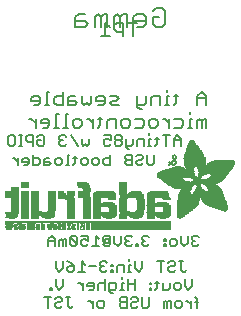
<source format=gbr>
G04 EAGLE Gerber RS-274X export*
G75*
%MOMM*%
%FSLAX34Y34*%
%LPD*%
%INSilkscreen Bottom*%
%IPPOS*%
%AMOC8*
5,1,8,0,0,1.08239X$1,22.5*%
G01*
%ADD10C,0.203200*%
%ADD11C,0.152400*%
%ADD12C,0.127000*%
%ADD13R,6.839700X0.016800*%
%ADD14R,0.268300X0.016800*%
%ADD15R,0.268200X0.016800*%
%ADD16R,0.251500X0.016800*%
%ADD17R,0.301800X0.016800*%
%ADD18R,0.251400X0.016800*%
%ADD19R,0.285000X0.016800*%
%ADD20R,0.301700X0.016800*%
%ADD21R,0.419100X0.016800*%
%ADD22R,0.318500X0.016800*%
%ADD23R,0.586700X0.016800*%
%ADD24R,0.586800X0.016800*%
%ADD25R,6.839700X0.016700*%
%ADD26R,0.268300X0.016700*%
%ADD27R,0.251400X0.016700*%
%ADD28R,0.251500X0.016700*%
%ADD29R,0.301800X0.016700*%
%ADD30R,0.285000X0.016700*%
%ADD31R,0.301700X0.016700*%
%ADD32R,0.419100X0.016700*%
%ADD33R,0.318500X0.016700*%
%ADD34R,0.586700X0.016700*%
%ADD35R,0.586800X0.016700*%
%ADD36R,0.318600X0.016800*%
%ADD37R,0.569900X0.016800*%
%ADD38R,0.335300X0.016800*%
%ADD39R,0.234700X0.016800*%
%ADD40R,0.234700X0.016700*%
%ADD41R,0.016700X0.016700*%
%ADD42R,0.318600X0.016700*%
%ADD43R,0.569900X0.016700*%
%ADD44R,0.335300X0.016700*%
%ADD45R,0.217900X0.016800*%
%ADD46R,0.033500X0.016800*%
%ADD47R,0.570000X0.016800*%
%ADD48R,0.201100X0.016700*%
%ADD49R,0.050300X0.016700*%
%ADD50R,0.670500X0.016700*%
%ADD51R,1.005800X0.016700*%
%ADD52R,0.570000X0.016700*%
%ADD53R,0.201100X0.016800*%
%ADD54R,0.067000X0.016800*%
%ADD55R,0.670500X0.016800*%
%ADD56R,1.005800X0.016800*%
%ADD57R,0.184400X0.016800*%
%ADD58R,0.989000X0.016800*%
%ADD59R,0.184400X0.016700*%
%ADD60R,0.067000X0.016700*%
%ADD61R,0.989000X0.016700*%
%ADD62R,0.167600X0.016800*%
%ADD63R,0.083800X0.016800*%
%ADD64R,0.637000X0.016800*%
%ADD65R,0.955500X0.016800*%
%ADD66R,0.150800X0.016800*%
%ADD67R,0.100600X0.016800*%
%ADD68R,0.536400X0.016800*%
%ADD69R,0.854900X0.016800*%
%ADD70R,0.150800X0.016700*%
%ADD71R,0.100600X0.016700*%
%ADD72R,0.352000X0.016700*%
%ADD73R,0.435900X0.016700*%
%ADD74R,0.402400X0.016700*%
%ADD75R,0.368800X0.016700*%
%ADD76R,0.134100X0.016800*%
%ADD77R,0.117300X0.016800*%
%ADD78R,0.435900X0.016800*%
%ADD79R,0.368900X0.016800*%
%ADD80R,0.603500X0.016800*%
%ADD81R,0.134100X0.016700*%
%ADD82R,0.117300X0.016700*%
%ADD83R,0.452600X0.016700*%
%ADD84R,0.620300X0.016700*%
%ADD85R,0.284900X0.016800*%
%ADD86R,0.486200X0.016800*%
%ADD87R,0.653800X0.016800*%
%ADD88R,0.804700X0.016800*%
%ADD89R,0.150900X0.016700*%
%ADD90R,0.268200X0.016700*%
%ADD91R,0.737600X0.016700*%
%ADD92R,0.603500X0.016700*%
%ADD93R,0.922000X0.016700*%
%ADD94R,0.150900X0.016800*%
%ADD95R,0.821400X0.016800*%
%ADD96R,0.972300X0.016800*%
%ADD97R,0.989100X0.016800*%
%ADD98R,0.083800X0.016700*%
%ADD99R,0.167600X0.016700*%
%ADD100R,0.821400X0.016700*%
%ADD101R,0.989100X0.016700*%
%ADD102R,0.201200X0.016700*%
%ADD103R,0.050300X0.016800*%
%ADD104R,0.201200X0.016800*%
%ADD105R,0.217900X0.016700*%
%ADD106R,0.284900X0.016700*%
%ADD107R,0.352100X0.016800*%
%ADD108R,0.620300X0.016800*%
%ADD109R,0.385600X0.016800*%
%ADD110R,0.335200X0.016800*%
%ADD111R,0.385600X0.016700*%
%ADD112R,0.687400X0.016700*%
%ADD113R,13.998000X0.016800*%
%ADD114R,13.998000X0.016700*%
%ADD115R,0.637000X0.016700*%
%ADD116R,0.486100X0.016700*%
%ADD117R,0.637100X0.016700*%
%ADD118R,0.519700X0.016700*%
%ADD119R,0.536500X0.016700*%
%ADD120R,0.787900X0.016800*%
%ADD121R,0.687400X0.016800*%
%ADD122R,0.771200X0.016800*%
%ADD123R,0.637100X0.016800*%
%ADD124R,0.720800X0.016800*%
%ADD125R,0.704100X0.016800*%
%ADD126R,0.754400X0.016800*%
%ADD127R,0.838200X0.016700*%
%ADD128R,0.871800X0.016700*%
%ADD129R,0.871700X0.016700*%
%ADD130R,0.402400X0.016800*%
%ADD131R,0.922100X0.016800*%
%ADD132R,0.938800X0.016800*%
%ADD133R,0.938800X0.016700*%
%ADD134R,1.022600X0.016700*%
%ADD135R,0.972400X0.016700*%
%ADD136R,0.972300X0.016700*%
%ADD137R,0.469400X0.016800*%
%ADD138R,1.072900X0.016800*%
%ADD139R,1.022600X0.016800*%
%ADD140R,1.005900X0.016800*%
%ADD141R,0.502900X0.016800*%
%ADD142R,1.123200X0.016800*%
%ADD143R,1.056200X0.016800*%
%ADD144R,1.123100X0.016800*%
%ADD145R,1.139900X0.016700*%
%ADD146R,1.089600X0.016700*%
%ADD147R,0.553200X0.016800*%
%ADD148R,1.190200X0.016800*%
%ADD149R,1.190300X0.016800*%
%ADD150R,1.039400X0.016800*%
%ADD151R,1.223700X0.016800*%
%ADD152R,1.173500X0.016800*%
%ADD153R,1.223800X0.016800*%
%ADD154R,1.240500X0.016700*%
%ADD155R,1.173500X0.016700*%
%ADD156R,1.240600X0.016700*%
%ADD157R,1.190300X0.016700*%
%ADD158R,1.056200X0.016700*%
%ADD159R,1.274100X0.016800*%
%ADD160R,1.274000X0.016800*%
%ADD161R,1.307600X0.016800*%
%ADD162R,1.257300X0.016800*%
%ADD163R,1.324400X0.016800*%
%ADD164R,0.687300X0.016700*%
%ADD165R,1.324400X0.016700*%
%ADD166R,1.307500X0.016700*%
%ADD167R,1.274100X0.016700*%
%ADD168R,1.072900X0.016700*%
%ADD169R,2.011600X0.016800*%
%ADD170R,1.324300X0.016800*%
%ADD171R,1.978100X0.016800*%
%ADD172R,2.011600X0.016700*%
%ADD173R,1.357900X0.016700*%
%ADD174R,1.994900X0.016700*%
%ADD175R,1.341200X0.016700*%
%ADD176R,1.089700X0.016700*%
%ADD177R,0.754300X0.016800*%
%ADD178R,1.994900X0.016800*%
%ADD179R,1.995000X0.016800*%
%ADD180R,1.089700X0.016800*%
%ADD181R,0.787900X0.016700*%
%ADD182R,1.995000X0.016700*%
%ADD183R,2.028400X0.016800*%
%ADD184R,2.011700X0.016800*%
%ADD185R,1.106500X0.016800*%
%ADD186R,2.028400X0.016700*%
%ADD187R,2.011700X0.016700*%
%ADD188R,1.106500X0.016700*%
%ADD189R,0.888400X0.016800*%
%ADD190R,0.922000X0.016800*%
%ADD191R,0.938700X0.016700*%
%ADD192R,2.045200X0.016800*%
%ADD193R,0.938700X0.016800*%
%ADD194R,0.670600X0.016700*%
%ADD195R,0.888500X0.016700*%
%ADD196R,2.045200X0.016700*%
%ADD197R,0.888400X0.016700*%
%ADD198R,0.804600X0.016800*%
%ADD199R,2.028500X0.016800*%
%ADD200R,1.056100X0.016700*%
%ADD201R,0.771100X0.016700*%
%ADD202R,0.754300X0.016700*%
%ADD203R,2.028500X0.016700*%
%ADD204R,0.737700X0.016700*%
%ADD205R,1.072800X0.016800*%
%ADD206R,0.871700X0.016800*%
%ADD207R,0.737600X0.016800*%
%ADD208R,0.871800X0.016800*%
%ADD209R,1.089600X0.016800*%
%ADD210R,0.704000X0.016800*%
%ADD211R,0.687300X0.016800*%
%ADD212R,0.670600X0.016800*%
%ADD213R,1.123100X0.016700*%
%ADD214R,0.720800X0.016700*%
%ADD215R,0.653700X0.016700*%
%ADD216R,0.653800X0.016700*%
%ADD217R,1.139900X0.016800*%
%ADD218R,1.173400X0.016800*%
%ADD219R,1.190200X0.016700*%
%ADD220R,1.207000X0.016800*%
%ADD221R,1.240500X0.016800*%
%ADD222R,0.469400X0.016700*%
%ADD223R,1.274000X0.016700*%
%ADD224R,0.519600X0.016800*%
%ADD225R,1.341100X0.016800*%
%ADD226R,0.771200X0.016700*%
%ADD227R,1.374600X0.016700*%
%ADD228R,0.838200X0.016800*%
%ADD229R,1.391400X0.016800*%
%ADD230R,1.424900X0.016800*%
%ADD231R,1.441700X0.016700*%
%ADD232R,1.475200X0.016800*%
%ADD233R,1.491900X0.016700*%
%ADD234R,1.525500X0.016800*%
%ADD235R,1.559000X0.016700*%
%ADD236R,1.575800X0.016800*%
%ADD237R,1.307600X0.016700*%
%ADD238R,1.592500X0.016700*%
%ADD239R,1.374700X0.016800*%
%ADD240R,1.609300X0.016800*%
%ADD241R,1.408200X0.016800*%
%ADD242R,1.626100X0.016800*%
%ADD243R,1.626100X0.016700*%
%ADD244R,1.508800X0.016800*%
%ADD245R,1.659600X0.016800*%
%ADD246R,1.559000X0.016800*%
%ADD247R,1.676400X0.016800*%
%ADD248R,1.575800X0.016700*%
%ADD249R,1.676400X0.016700*%
%ADD250R,1.978100X0.016700*%
%ADD251R,1.693100X0.016800*%
%ADD252R,1.642800X0.016800*%
%ADD253R,1.709900X0.016800*%
%ADD254R,1.961300X0.016800*%
%ADD255R,1.726600X0.016700*%
%ADD256R,1.961300X0.016700*%
%ADD257R,1.693200X0.016800*%
%ADD258R,1.726600X0.016800*%
%ADD259R,1.944600X0.016800*%
%ADD260R,1.726700X0.016700*%
%ADD261R,1.743400X0.016700*%
%ADD262R,1.944600X0.016700*%
%ADD263R,1.726700X0.016800*%
%ADD264R,1.760200X0.016800*%
%ADD265R,1.927800X0.016800*%
%ADD266R,1.911000X0.016800*%
%ADD267R,1.793700X0.016700*%
%ADD268R,1.776900X0.016700*%
%ADD269R,1.911100X0.016700*%
%ADD270R,1.894300X0.016700*%
%ADD271R,1.793800X0.016800*%
%ADD272R,1.776900X0.016800*%
%ADD273R,1.911100X0.016800*%
%ADD274R,1.894300X0.016800*%
%ADD275R,1.827300X0.016800*%
%ADD276R,1.810500X0.016800*%
%ADD277R,1.877500X0.016800*%
%ADD278R,1.844100X0.016700*%
%ADD279R,1.810500X0.016700*%
%ADD280R,1.860800X0.016700*%
%ADD281R,1.844000X0.016700*%
%ADD282R,1.860900X0.016800*%
%ADD283R,1.844000X0.016800*%
%ADD284R,1.827200X0.016800*%
%ADD285R,1.860800X0.016800*%
%ADD286R,1.793700X0.016800*%
%ADD287R,1.877600X0.016700*%
%ADD288R,1.827200X0.016700*%
%ADD289R,1.927800X0.016700*%
%ADD290R,1.927900X0.016800*%
%ADD291R,1.944700X0.016700*%
%ADD292R,1.877500X0.016700*%
%ADD293R,1.961400X0.016800*%
%ADD294R,1.961400X0.016700*%
%ADD295R,1.978200X0.016800*%
%ADD296R,1.911000X0.016700*%
%ADD297R,0.620200X0.016800*%
%ADD298R,1.425000X0.016800*%
%ADD299R,0.620200X0.016700*%
%ADD300R,1.425000X0.016700*%
%ADD301R,0.653700X0.016800*%
%ADD302R,0.704100X0.016700*%
%ADD303R,0.804700X0.016700*%
%ADD304R,0.905200X0.016800*%
%ADD305R,1.894400X0.016800*%
%ADD306R,1.927900X0.016700*%
%ADD307R,1.877600X0.016800*%
%ADD308R,3.889300X0.016800*%
%ADD309R,3.872500X0.016700*%
%ADD310R,3.872500X0.016800*%
%ADD311R,3.855700X0.016700*%
%ADD312R,0.754400X0.016700*%
%ADD313R,3.855700X0.016800*%
%ADD314R,3.839000X0.016800*%
%ADD315R,0.720900X0.016800*%
%ADD316R,3.822200X0.016700*%
%ADD317R,2.715700X0.016800*%
%ADD318R,2.632000X0.016800*%
%ADD319R,1.290800X0.016800*%
%ADD320R,2.615200X0.016700*%
%ADD321R,1.257300X0.016700*%
%ADD322R,2.581700X0.016800*%
%ADD323R,1.240600X0.016800*%
%ADD324R,2.564900X0.016800*%
%ADD325R,1.760300X0.016800*%
%ADD326R,2.531400X0.016700*%
%ADD327R,1.156700X0.016700*%
%ADD328R,2.514600X0.016800*%
%ADD329R,0.955600X0.016800*%
%ADD330R,2.497800X0.016800*%
%ADD331R,1.659700X0.016800*%
%ADD332R,2.464300X0.016700*%
%ADD333R,1.039300X0.016700*%
%ADD334R,2.447500X0.016800*%
%ADD335R,1.592500X0.016800*%
%ADD336R,0.536500X0.016800*%
%ADD337R,2.430800X0.016700*%
%ADD338R,1.559100X0.016700*%
%ADD339R,1.542300X0.016700*%
%ADD340R,0.502900X0.016700*%
%ADD341R,2.414000X0.016800*%
%ADD342R,0.905300X0.016800*%
%ADD343R,1.508700X0.016800*%
%ADD344R,0.888500X0.016800*%
%ADD345R,2.397300X0.016800*%
%ADD346R,1.441700X0.016800*%
%ADD347R,0.452700X0.016800*%
%ADD348R,1.290900X0.016700*%
%ADD349R,1.156700X0.016800*%
%ADD350R,0.855000X0.016800*%
%ADD351R,1.123200X0.016700*%
%ADD352R,0.720900X0.016700*%
%ADD353R,1.106400X0.016800*%
%ADD354R,1.106400X0.016700*%
%ADD355R,0.771100X0.016800*%
%ADD356R,0.435800X0.016700*%
%ADD357R,1.592600X0.016700*%
%ADD358R,0.435800X0.016800*%
%ADD359R,1.642900X0.016800*%
%ADD360R,0.402300X0.016800*%
%ADD361R,1.793800X0.016700*%
%ADD362R,0.368800X0.016800*%
%ADD363R,1.056100X0.016800*%
%ADD364R,1.039400X0.016700*%
%ADD365R,2.078800X0.016800*%
%ADD366R,0.335200X0.016700*%
%ADD367R,2.145800X0.016700*%
%ADD368R,2.162600X0.016800*%
%ADD369R,0.352000X0.016800*%
%ADD370R,2.212800X0.016800*%
%ADD371R,2.279900X0.016700*%
%ADD372R,2.330200X0.016800*%
%ADD373R,2.799500X0.016800*%
%ADD374R,2.816300X0.016700*%
%ADD375R,0.955500X0.016700*%
%ADD376R,2.849900X0.016800*%
%ADD377R,2.916900X0.016800*%
%ADD378R,4.224500X0.016700*%
%ADD379R,4.291600X0.016800*%
%ADD380R,4.409000X0.016800*%
%ADD381R,4.509500X0.016700*%
%ADD382R,4.526300X0.016800*%
%ADD383R,4.626800X0.016700*%
%ADD384R,4.693900X0.016800*%
%ADD385R,4.727400X0.016800*%
%ADD386R,2.548200X0.016700*%
%ADD387R,2.179300X0.016700*%
%ADD388R,2.430800X0.016800*%
%ADD389R,2.414000X0.016700*%
%ADD390R,2.414100X0.016800*%
%ADD391R,2.430700X0.016700*%
%ADD392R,2.447600X0.016700*%
%ADD393R,1.559100X0.016800*%
%ADD394R,1.525500X0.016700*%
%ADD395R,1.492000X0.016800*%
%ADD396R,1.491900X0.016800*%
%ADD397R,1.458500X0.016700*%
%ADD398R,2.061900X0.016800*%
%ADD399R,1.408100X0.016700*%
%ADD400R,0.905200X0.016700*%
%ADD401R,2.112300X0.016700*%
%ADD402R,2.179300X0.016800*%
%ADD403R,1.408200X0.016700*%
%ADD404R,2.212900X0.016700*%
%ADD405R,1.140000X0.016800*%
%ADD406R,3.319300X0.016800*%
%ADD407R,1.374700X0.016700*%
%ADD408R,0.402300X0.016700*%
%ADD409R,3.302500X0.016700*%
%ADD410R,3.285700X0.016800*%
%ADD411R,1.357900X0.016800*%
%ADD412R,3.269000X0.016800*%
%ADD413R,3.285800X0.016700*%
%ADD414R,3.268900X0.016800*%
%ADD415R,0.452700X0.016700*%
%ADD416R,3.268900X0.016700*%
%ADD417R,1.391400X0.016700*%
%ADD418R,3.269000X0.016700*%
%ADD419R,1.374600X0.016800*%
%ADD420R,0.519700X0.016800*%
%ADD421R,3.252200X0.016800*%
%ADD422R,3.235400X0.016800*%
%ADD423R,3.235400X0.016700*%
%ADD424R,3.218600X0.016800*%
%ADD425R,3.201900X0.016800*%
%ADD426R,3.201900X0.016700*%
%ADD427R,1.458500X0.016800*%
%ADD428R,1.525600X0.016800*%
%ADD429R,3.185100X0.016800*%
%ADD430R,2.531300X0.016700*%
%ADD431R,3.168400X0.016700*%
%ADD432R,2.531300X0.016800*%
%ADD433R,3.151600X0.016800*%
%ADD434R,2.548100X0.016800*%
%ADD435R,3.134900X0.016800*%
%ADD436R,2.564900X0.016700*%
%ADD437R,3.118100X0.016700*%
%ADD438R,2.581600X0.016800*%
%ADD439R,3.101400X0.016800*%
%ADD440R,2.598400X0.016700*%
%ADD441R,3.067900X0.016700*%
%ADD442R,2.598400X0.016800*%
%ADD443R,3.034300X0.016800*%
%ADD444R,2.615100X0.016800*%
%ADD445R,3.000800X0.016800*%
%ADD446R,2.631900X0.016700*%
%ADD447R,2.950500X0.016700*%
%ADD448R,2.648700X0.016800*%
%ADD449R,2.900200X0.016800*%
%ADD450R,2.665500X0.016800*%
%ADD451R,2.682200X0.016700*%
%ADD452R,2.799600X0.016700*%
%ADD453R,2.699000X0.016800*%
%ADD454R,2.732500X0.016800*%
%ADD455R,2.749300X0.016700*%
%ADD456R,2.632000X0.016700*%
%ADD457R,2.749300X0.016800*%
%ADD458R,2.766100X0.016700*%
%ADD459R,2.766100X0.016800*%
%ADD460R,2.481100X0.016800*%
%ADD461R,2.782900X0.016800*%
%ADD462R,2.380500X0.016700*%
%ADD463R,2.833100X0.016800*%
%ADD464R,1.592600X0.016800*%
%ADD465R,2.849900X0.016700*%
%ADD466R,2.883400X0.016800*%
%ADD467R,2.917000X0.016700*%
%ADD468R,2.933700X0.016800*%
%ADD469R,2.967200X0.016800*%
%ADD470R,2.967200X0.016700*%
%ADD471R,3.017500X0.016700*%
%ADD472R,3.051000X0.016800*%
%ADD473R,0.788000X0.016800*%
%ADD474R,3.084600X0.016800*%
%ADD475R,2.397300X0.016700*%
%ADD476R,2.397200X0.016800*%
%ADD477R,1.760200X0.016700*%
%ADD478R,2.397200X0.016700*%
%ADD479R,1.827300X0.016700*%
%ADD480R,2.380500X0.016800*%
%ADD481R,2.363700X0.016800*%
%ADD482R,2.363700X0.016700*%
%ADD483R,2.346900X0.016800*%
%ADD484R,2.296600X0.016700*%
%ADD485R,2.279900X0.016800*%
%ADD486R,2.246300X0.016800*%
%ADD487R,2.229600X0.016700*%
%ADD488R,2.129100X0.016800*%
%ADD489R,2.112300X0.016800*%
%ADD490R,1.609300X0.016700*%
%ADD491R,1.743400X0.016800*%
%ADD492R,1.693100X0.016700*%
%ADD493R,1.659700X0.016700*%
%ADD494R,1.575900X0.016800*%
%ADD495R,1.575900X0.016700*%
%ADD496R,1.475200X0.016700*%
%ADD497R,1.324300X0.016700*%
%ADD498R,1.290800X0.016700*%
%ADD499R,1.207000X0.016700*%
%ADD500R,0.854900X0.016700*%
%ADD501R,0.821500X0.016700*%
%ADD502R,0.821500X0.016800*%
%ADD503R,0.218000X0.016800*%


D10*
X25306Y129721D02*
X27933Y132347D01*
X33187Y132347D01*
X35814Y129721D01*
X35814Y119213D01*
X33187Y116586D01*
X27933Y116586D01*
X25306Y119213D01*
X25306Y124467D01*
X30560Y124467D01*
X16816Y116586D02*
X11562Y116586D01*
X16816Y116586D02*
X19442Y119213D01*
X19442Y124467D01*
X16816Y127094D01*
X11562Y127094D01*
X8935Y124467D01*
X8935Y121840D01*
X19442Y121840D01*
X3071Y116586D02*
X3071Y127094D01*
X444Y127094D01*
X-2183Y124467D01*
X-2183Y116586D01*
X-2183Y124467D02*
X-4810Y127094D01*
X-7437Y124467D01*
X-7437Y116586D01*
X-13301Y116586D02*
X-13301Y127094D01*
X-15928Y127094D01*
X-18555Y124467D01*
X-18555Y116586D01*
X-18555Y124467D02*
X-21181Y127094D01*
X-23808Y124467D01*
X-23808Y116586D01*
X-32299Y127094D02*
X-37553Y127094D01*
X-40180Y124467D01*
X-40180Y116586D01*
X-32299Y116586D01*
X-29672Y119213D01*
X-32299Y121840D01*
X-40180Y121840D01*
D11*
X70358Y57749D02*
X70358Y50292D01*
X70358Y57749D02*
X66630Y61478D01*
X62901Y57749D01*
X62901Y50292D01*
X62901Y55885D02*
X70358Y55885D01*
X45106Y59613D02*
X45106Y52156D01*
X43242Y50292D01*
X43242Y57749D02*
X46970Y57749D01*
X39174Y57749D02*
X37310Y57749D01*
X37310Y50292D01*
X39174Y50292D02*
X35446Y50292D01*
X37310Y61478D02*
X37310Y63342D01*
X31378Y57749D02*
X31378Y50292D01*
X31378Y57749D02*
X25785Y57749D01*
X23921Y55885D01*
X23921Y50292D01*
X19684Y52156D02*
X19684Y57749D01*
X19684Y52156D02*
X17820Y50292D01*
X12227Y50292D01*
X12227Y48428D02*
X12227Y57749D01*
X12227Y48428D02*
X14091Y46564D01*
X15956Y46564D01*
X-3704Y50292D02*
X-9297Y50292D01*
X-11161Y52156D01*
X-9297Y54021D01*
X-5568Y54021D01*
X-3704Y55885D01*
X-5568Y57749D01*
X-11161Y57749D01*
X-17262Y50292D02*
X-20991Y50292D01*
X-17262Y50292D02*
X-15398Y52156D01*
X-15398Y55885D01*
X-17262Y57749D01*
X-20991Y57749D01*
X-22855Y55885D01*
X-22855Y54021D01*
X-15398Y54021D01*
X-27092Y52156D02*
X-27092Y57749D01*
X-27092Y52156D02*
X-28956Y50292D01*
X-30820Y52156D01*
X-32684Y50292D01*
X-34549Y52156D01*
X-34549Y57749D01*
X-40650Y57749D02*
X-44378Y57749D01*
X-46243Y55885D01*
X-46243Y50292D01*
X-40650Y50292D01*
X-38786Y52156D01*
X-40650Y54021D01*
X-46243Y54021D01*
X-50480Y50292D02*
X-50480Y61478D01*
X-50480Y50292D02*
X-56072Y50292D01*
X-57937Y52156D01*
X-57937Y55885D01*
X-56072Y57749D01*
X-50480Y57749D01*
X-62174Y61478D02*
X-64038Y61478D01*
X-64038Y50292D01*
X-62174Y50292D02*
X-65902Y50292D01*
X-71834Y50292D02*
X-75562Y50292D01*
X-71834Y50292D02*
X-69970Y52156D01*
X-69970Y55885D01*
X-71834Y57749D01*
X-75562Y57749D01*
X-77427Y55885D01*
X-77427Y54021D01*
X-69970Y54021D01*
X70358Y38699D02*
X70358Y31242D01*
X70358Y38699D02*
X68494Y38699D01*
X66630Y36835D01*
X66630Y31242D01*
X66630Y36835D02*
X64765Y38699D01*
X62901Y36835D01*
X62901Y31242D01*
X58664Y38699D02*
X56800Y38699D01*
X56800Y31242D01*
X58664Y31242D02*
X54936Y31242D01*
X56800Y42428D02*
X56800Y44292D01*
X49004Y38699D02*
X43411Y38699D01*
X49004Y38699D02*
X50868Y36835D01*
X50868Y33106D01*
X49004Y31242D01*
X43411Y31242D01*
X39174Y31242D02*
X39174Y38699D01*
X39174Y34971D02*
X35446Y38699D01*
X33581Y38699D01*
X27565Y31242D02*
X23836Y31242D01*
X21972Y33106D01*
X21972Y36835D01*
X23836Y38699D01*
X27565Y38699D01*
X29429Y36835D01*
X29429Y33106D01*
X27565Y31242D01*
X15871Y38699D02*
X10278Y38699D01*
X15871Y38699D02*
X17735Y36835D01*
X17735Y33106D01*
X15871Y31242D01*
X10278Y31242D01*
X4177Y31242D02*
X448Y31242D01*
X-1416Y33106D01*
X-1416Y36835D01*
X448Y38699D01*
X4177Y38699D01*
X6041Y36835D01*
X6041Y33106D01*
X4177Y31242D01*
X-5653Y31242D02*
X-5653Y38699D01*
X-11246Y38699D01*
X-13110Y36835D01*
X-13110Y31242D01*
X-19211Y33106D02*
X-19211Y40563D01*
X-19211Y33106D02*
X-21075Y31242D01*
X-21075Y38699D02*
X-17347Y38699D01*
X-25143Y38699D02*
X-25143Y31242D01*
X-25143Y34971D02*
X-28871Y38699D01*
X-30735Y38699D01*
X-36752Y31242D02*
X-40480Y31242D01*
X-42345Y33106D01*
X-42345Y36835D01*
X-40480Y38699D01*
X-36752Y38699D01*
X-34888Y36835D01*
X-34888Y33106D01*
X-36752Y31242D01*
X-46582Y42428D02*
X-48446Y42428D01*
X-48446Y31242D01*
X-46582Y31242D02*
X-50310Y31242D01*
X-54378Y42428D02*
X-56242Y42428D01*
X-56242Y31242D01*
X-54378Y31242D02*
X-58106Y31242D01*
X-64038Y31242D02*
X-67766Y31242D01*
X-64038Y31242D02*
X-62174Y33106D01*
X-62174Y36835D01*
X-64038Y38699D01*
X-67766Y38699D01*
X-69631Y36835D01*
X-69631Y34971D01*
X-62174Y34971D01*
X-73868Y38699D02*
X-73868Y31242D01*
X-73868Y34971D02*
X-77596Y38699D01*
X-79460Y38699D01*
D12*
X52253Y-90805D02*
X53736Y-89322D01*
X52253Y-90805D02*
X50770Y-90805D01*
X49287Y-89322D01*
X49287Y-81907D01*
X50770Y-81907D02*
X47804Y-81907D01*
X39932Y-81907D02*
X38449Y-83390D01*
X39932Y-81907D02*
X42898Y-81907D01*
X44381Y-83390D01*
X44381Y-84873D01*
X42898Y-86356D01*
X39932Y-86356D01*
X38449Y-87839D01*
X38449Y-89322D01*
X39932Y-90805D01*
X42898Y-90805D01*
X44381Y-89322D01*
X32060Y-90805D02*
X32060Y-81907D01*
X35025Y-81907D02*
X29094Y-81907D01*
X16315Y-81907D02*
X16315Y-87839D01*
X13349Y-90805D01*
X10383Y-87839D01*
X10383Y-81907D01*
X6960Y-84873D02*
X5477Y-84873D01*
X5477Y-90805D01*
X6960Y-90805D02*
X3994Y-90805D01*
X5477Y-81907D02*
X5477Y-80424D01*
X723Y-84873D02*
X723Y-90805D01*
X723Y-84873D02*
X-3726Y-84873D01*
X-5209Y-86356D01*
X-5209Y-90805D01*
X-8632Y-84873D02*
X-10115Y-84873D01*
X-10115Y-86356D01*
X-8632Y-86356D01*
X-8632Y-84873D01*
X-8632Y-89322D02*
X-10115Y-89322D01*
X-10115Y-90805D01*
X-8632Y-90805D01*
X-8632Y-89322D01*
X-13310Y-83390D02*
X-14793Y-81907D01*
X-17759Y-81907D01*
X-19241Y-83390D01*
X-19241Y-84873D01*
X-17759Y-86356D01*
X-16276Y-86356D01*
X-17759Y-86356D02*
X-19241Y-87839D01*
X-19241Y-89322D01*
X-17759Y-90805D01*
X-14793Y-90805D01*
X-13310Y-89322D01*
X-22665Y-86356D02*
X-28597Y-86356D01*
X-32020Y-84873D02*
X-34986Y-81907D01*
X-34986Y-90805D01*
X-32020Y-90805D02*
X-37952Y-90805D01*
X-44341Y-83390D02*
X-47307Y-81907D01*
X-44341Y-83390D02*
X-41375Y-86356D01*
X-41375Y-89322D01*
X-42858Y-90805D01*
X-45824Y-90805D01*
X-47307Y-89322D01*
X-47307Y-87839D01*
X-45824Y-86356D01*
X-41375Y-86356D01*
X-50730Y-87839D02*
X-50730Y-81907D01*
X-50730Y-87839D02*
X-53696Y-90805D01*
X-56662Y-87839D01*
X-56662Y-81907D01*
X58413Y-97147D02*
X58413Y-103079D01*
X55448Y-106045D01*
X52482Y-103079D01*
X52482Y-97147D01*
X47575Y-106045D02*
X44609Y-106045D01*
X43126Y-104562D01*
X43126Y-101596D01*
X44609Y-100113D01*
X47575Y-100113D01*
X49058Y-101596D01*
X49058Y-104562D01*
X47575Y-106045D01*
X39703Y-104562D02*
X39703Y-100113D01*
X39703Y-104562D02*
X38220Y-106045D01*
X33771Y-106045D01*
X33771Y-100113D01*
X28865Y-98630D02*
X28865Y-104562D01*
X27382Y-106045D01*
X27382Y-100113D02*
X30348Y-100113D01*
X24111Y-100113D02*
X22628Y-100113D01*
X22628Y-101596D01*
X24111Y-101596D01*
X24111Y-100113D01*
X24111Y-104562D02*
X22628Y-104562D01*
X22628Y-106045D01*
X24111Y-106045D01*
X24111Y-104562D01*
X10078Y-106045D02*
X10078Y-97147D01*
X10078Y-101596D02*
X4147Y-101596D01*
X4147Y-97147D02*
X4147Y-106045D01*
X723Y-100113D02*
X-760Y-100113D01*
X-760Y-106045D01*
X723Y-106045D02*
X-2243Y-106045D01*
X-760Y-97147D02*
X-760Y-95664D01*
X-8480Y-109011D02*
X-9963Y-109011D01*
X-11445Y-107528D01*
X-11445Y-100113D01*
X-6997Y-100113D01*
X-5514Y-101596D01*
X-5514Y-104562D01*
X-6997Y-106045D01*
X-11445Y-106045D01*
X-14869Y-106045D02*
X-14869Y-97147D01*
X-16352Y-100113D02*
X-14869Y-101596D01*
X-16352Y-100113D02*
X-19318Y-100113D01*
X-20801Y-101596D01*
X-20801Y-106045D01*
X-25707Y-106045D02*
X-28673Y-106045D01*
X-25707Y-106045D02*
X-24224Y-104562D01*
X-24224Y-101596D01*
X-25707Y-100113D01*
X-28673Y-100113D01*
X-30156Y-101596D01*
X-30156Y-103079D01*
X-24224Y-103079D01*
X-33579Y-106045D02*
X-33579Y-100113D01*
X-33579Y-103079D02*
X-36545Y-100113D01*
X-38028Y-100113D01*
X-50730Y-97147D02*
X-50730Y-103079D01*
X-53696Y-106045D01*
X-56662Y-103079D01*
X-56662Y-97147D01*
X-60086Y-104562D02*
X-60086Y-106045D01*
X-60086Y-104562D02*
X-61569Y-104562D01*
X-61569Y-106045D01*
X-60086Y-106045D01*
X62388Y-113870D02*
X62388Y-121285D01*
X62388Y-113870D02*
X60905Y-112387D01*
X60905Y-116836D02*
X63871Y-116836D01*
X57634Y-115353D02*
X57634Y-121285D01*
X57634Y-118319D02*
X54668Y-115353D01*
X53185Y-115353D01*
X48355Y-121285D02*
X45389Y-121285D01*
X43906Y-119802D01*
X43906Y-116836D01*
X45389Y-115353D01*
X48355Y-115353D01*
X49838Y-116836D01*
X49838Y-119802D01*
X48355Y-121285D01*
X40483Y-121285D02*
X40483Y-115353D01*
X39000Y-115353D01*
X37517Y-116836D01*
X37517Y-121285D01*
X37517Y-116836D02*
X36034Y-115353D01*
X34551Y-116836D01*
X34551Y-121285D01*
X21772Y-119802D02*
X21772Y-112387D01*
X21772Y-119802D02*
X20289Y-121285D01*
X17323Y-121285D01*
X15841Y-119802D01*
X15841Y-112387D01*
X7968Y-112387D02*
X6485Y-113870D01*
X7968Y-112387D02*
X10934Y-112387D01*
X12417Y-113870D01*
X12417Y-115353D01*
X10934Y-116836D01*
X7968Y-116836D01*
X6485Y-118319D01*
X6485Y-119802D01*
X7968Y-121285D01*
X10934Y-121285D01*
X12417Y-119802D01*
X3062Y-121285D02*
X3062Y-112387D01*
X-1387Y-112387D01*
X-2870Y-113870D01*
X-2870Y-115353D01*
X-1387Y-116836D01*
X-2870Y-118319D01*
X-2870Y-119802D01*
X-1387Y-121285D01*
X3062Y-121285D01*
X3062Y-116836D02*
X-1387Y-116836D01*
X-17131Y-121285D02*
X-20097Y-121285D01*
X-21580Y-119802D01*
X-21580Y-116836D01*
X-20097Y-115353D01*
X-17131Y-115353D01*
X-15649Y-116836D01*
X-15649Y-119802D01*
X-17131Y-121285D01*
X-25004Y-121285D02*
X-25004Y-115353D01*
X-25004Y-118319D02*
X-27970Y-115353D01*
X-29452Y-115353D01*
X-42155Y-119802D02*
X-43638Y-121285D01*
X-45121Y-121285D01*
X-46604Y-119802D01*
X-46604Y-112387D01*
X-45121Y-112387D02*
X-48087Y-112387D01*
X-55959Y-112387D02*
X-57442Y-113870D01*
X-55959Y-112387D02*
X-52993Y-112387D01*
X-51510Y-113870D01*
X-51510Y-115353D01*
X-52993Y-116836D01*
X-55959Y-116836D01*
X-57442Y-118319D01*
X-57442Y-119802D01*
X-55959Y-121285D01*
X-52993Y-121285D01*
X-51510Y-119802D01*
X-63831Y-121285D02*
X-63831Y-112387D01*
X-60865Y-112387D02*
X-66797Y-112387D01*
X62652Y-60317D02*
X64135Y-61800D01*
X62652Y-60317D02*
X59686Y-60317D01*
X58203Y-61800D01*
X58203Y-63283D01*
X59686Y-64766D01*
X61169Y-64766D01*
X59686Y-64766D02*
X58203Y-66249D01*
X58203Y-67732D01*
X59686Y-69215D01*
X62652Y-69215D01*
X64135Y-67732D01*
X54780Y-66249D02*
X54780Y-60317D01*
X54780Y-66249D02*
X51814Y-69215D01*
X48848Y-66249D01*
X48848Y-60317D01*
X43942Y-69215D02*
X40976Y-69215D01*
X39493Y-67732D01*
X39493Y-64766D01*
X40976Y-63283D01*
X43942Y-63283D01*
X45425Y-64766D01*
X45425Y-67732D01*
X43942Y-69215D01*
X36069Y-63283D02*
X34587Y-63283D01*
X34587Y-64766D01*
X36069Y-64766D01*
X36069Y-63283D01*
X36069Y-67732D02*
X34587Y-67732D01*
X34587Y-69215D01*
X36069Y-69215D01*
X36069Y-67732D01*
X22037Y-61800D02*
X20554Y-60317D01*
X17588Y-60317D01*
X16105Y-61800D01*
X16105Y-63283D01*
X17588Y-64766D01*
X19071Y-64766D01*
X17588Y-64766D02*
X16105Y-66249D01*
X16105Y-67732D01*
X17588Y-69215D01*
X20554Y-69215D01*
X22037Y-67732D01*
X12681Y-67732D02*
X12681Y-69215D01*
X12681Y-67732D02*
X11199Y-67732D01*
X11199Y-69215D01*
X12681Y-69215D01*
X8004Y-61800D02*
X6521Y-60317D01*
X3555Y-60317D01*
X2072Y-61800D01*
X2072Y-63283D01*
X3555Y-64766D01*
X5038Y-64766D01*
X3555Y-64766D02*
X2072Y-66249D01*
X2072Y-67732D01*
X3555Y-69215D01*
X6521Y-69215D01*
X8004Y-67732D01*
X-1351Y-66249D02*
X-1351Y-60317D01*
X-1351Y-66249D02*
X-4317Y-69215D01*
X-7283Y-66249D01*
X-7283Y-60317D01*
X-15155Y-69215D02*
X-16638Y-67732D01*
X-15155Y-69215D02*
X-12189Y-69215D01*
X-10707Y-67732D01*
X-10707Y-61800D01*
X-12189Y-60317D01*
X-15155Y-60317D01*
X-16638Y-61800D01*
X-16638Y-64766D01*
X-15155Y-66249D01*
X-12189Y-66249D01*
X-12189Y-63283D01*
X-15155Y-63283D01*
X-15155Y-66249D01*
X-20062Y-63283D02*
X-23028Y-60317D01*
X-23028Y-69215D01*
X-25993Y-69215D02*
X-20062Y-69215D01*
X-29417Y-60317D02*
X-35349Y-60317D01*
X-29417Y-60317D02*
X-29417Y-64766D01*
X-32383Y-63283D01*
X-33866Y-63283D01*
X-35349Y-64766D01*
X-35349Y-67732D01*
X-33866Y-69215D01*
X-30900Y-69215D01*
X-29417Y-67732D01*
X-38772Y-67732D02*
X-38772Y-61800D01*
X-40255Y-60317D01*
X-43221Y-60317D01*
X-44704Y-61800D01*
X-44704Y-67732D01*
X-43221Y-69215D01*
X-40255Y-69215D01*
X-38772Y-67732D01*
X-44704Y-61800D01*
X-48127Y-63283D02*
X-48127Y-69215D01*
X-48127Y-63283D02*
X-49610Y-63283D01*
X-51093Y-64766D01*
X-51093Y-69215D01*
X-51093Y-64766D02*
X-52576Y-63283D01*
X-54059Y-64766D01*
X-54059Y-69215D01*
X-57482Y-69215D02*
X-57482Y-63283D01*
X-60448Y-60317D01*
X-63414Y-63283D01*
X-63414Y-69215D01*
X-63414Y-64766D02*
X-57482Y-64766D01*
X48895Y15875D02*
X48895Y21807D01*
X45929Y24773D01*
X42963Y21807D01*
X42963Y15875D01*
X42963Y20324D02*
X48895Y20324D01*
X36574Y15875D02*
X36574Y24773D01*
X39540Y24773D02*
X33608Y24773D01*
X28702Y23290D02*
X28702Y17358D01*
X27219Y15875D01*
X27219Y21807D02*
X30185Y21807D01*
X23948Y21807D02*
X22465Y21807D01*
X22465Y15875D01*
X23948Y15875D02*
X20982Y15875D01*
X22465Y24773D02*
X22465Y26256D01*
X17711Y21807D02*
X17711Y15875D01*
X17711Y21807D02*
X13262Y21807D01*
X11779Y20324D01*
X11779Y15875D01*
X8356Y17358D02*
X8356Y21807D01*
X8356Y17358D02*
X6873Y15875D01*
X2424Y15875D01*
X2424Y14392D02*
X2424Y21807D01*
X2424Y14392D02*
X3907Y12909D01*
X5390Y12909D01*
X-999Y23290D02*
X-2482Y24773D01*
X-5448Y24773D01*
X-6931Y23290D01*
X-6931Y21807D01*
X-5448Y20324D01*
X-6931Y18841D01*
X-6931Y17358D01*
X-5448Y15875D01*
X-2482Y15875D01*
X-999Y17358D01*
X-999Y18841D01*
X-2482Y20324D01*
X-999Y21807D01*
X-999Y23290D01*
X-2482Y20324D02*
X-5448Y20324D01*
X-10355Y24773D02*
X-16286Y24773D01*
X-10355Y24773D02*
X-10355Y20324D01*
X-13320Y21807D01*
X-14803Y21807D01*
X-16286Y20324D01*
X-16286Y17358D01*
X-14803Y15875D01*
X-11837Y15875D01*
X-10355Y17358D01*
X-29065Y17358D02*
X-29065Y21807D01*
X-29065Y17358D02*
X-30548Y15875D01*
X-32031Y17358D01*
X-33514Y15875D01*
X-34997Y17358D01*
X-34997Y21807D01*
X-38420Y15875D02*
X-44352Y24773D01*
X-47775Y23290D02*
X-49258Y24773D01*
X-52224Y24773D01*
X-53707Y23290D01*
X-53707Y21807D01*
X-52224Y20324D01*
X-50741Y20324D01*
X-52224Y20324D02*
X-53707Y18841D01*
X-53707Y17358D01*
X-52224Y15875D01*
X-49258Y15875D01*
X-47775Y17358D01*
X-70934Y24773D02*
X-72417Y23290D01*
X-70934Y24773D02*
X-67969Y24773D01*
X-66486Y23290D01*
X-66486Y17358D01*
X-67969Y15875D01*
X-70934Y15875D01*
X-72417Y17358D01*
X-72417Y20324D01*
X-69451Y20324D01*
X-75841Y15875D02*
X-75841Y24773D01*
X-80290Y24773D01*
X-81773Y23290D01*
X-81773Y20324D01*
X-80290Y18841D01*
X-75841Y18841D01*
X-85196Y15875D02*
X-88162Y15875D01*
X-86679Y15875D02*
X-86679Y24773D01*
X-85196Y24773D02*
X-88162Y24773D01*
X-92916Y24773D02*
X-95882Y24773D01*
X-92916Y24773D02*
X-91433Y23290D01*
X-91433Y17358D01*
X-92916Y15875D01*
X-95882Y15875D01*
X-97365Y17358D01*
X-97365Y23290D01*
X-95882Y24773D01*
X39153Y2331D02*
X42119Y-635D01*
X43602Y-635D01*
X45085Y848D01*
X45085Y2331D01*
X42119Y5297D01*
X42119Y6780D01*
X43602Y8263D01*
X45085Y6780D01*
X45085Y5297D01*
X39153Y-635D01*
X26375Y848D02*
X26375Y8263D01*
X26375Y848D02*
X24892Y-635D01*
X21926Y-635D01*
X20443Y848D01*
X20443Y8263D01*
X12571Y8263D02*
X11088Y6780D01*
X12571Y8263D02*
X15537Y8263D01*
X17019Y6780D01*
X17019Y5297D01*
X15537Y3814D01*
X12571Y3814D01*
X11088Y2331D01*
X11088Y848D01*
X12571Y-635D01*
X15537Y-635D01*
X17019Y848D01*
X7664Y-635D02*
X7664Y8263D01*
X3215Y8263D01*
X1733Y6780D01*
X1733Y5297D01*
X3215Y3814D01*
X1733Y2331D01*
X1733Y848D01*
X3215Y-635D01*
X7664Y-635D01*
X7664Y3814D02*
X3215Y3814D01*
X-11046Y8263D02*
X-11046Y-635D01*
X-15495Y-635D01*
X-16978Y848D01*
X-16978Y3814D01*
X-15495Y5297D01*
X-11046Y5297D01*
X-21884Y-635D02*
X-24850Y-635D01*
X-26333Y848D01*
X-26333Y3814D01*
X-24850Y5297D01*
X-21884Y5297D01*
X-20401Y3814D01*
X-20401Y848D01*
X-21884Y-635D01*
X-31239Y-635D02*
X-34205Y-635D01*
X-35688Y848D01*
X-35688Y3814D01*
X-34205Y5297D01*
X-31239Y5297D01*
X-29757Y3814D01*
X-29757Y848D01*
X-31239Y-635D01*
X-40595Y848D02*
X-40595Y6780D01*
X-40595Y848D02*
X-42078Y-635D01*
X-42078Y5297D02*
X-39112Y5297D01*
X-45348Y8263D02*
X-46831Y8263D01*
X-46831Y-635D01*
X-45348Y-635D02*
X-48314Y-635D01*
X-53068Y-635D02*
X-56034Y-635D01*
X-57517Y848D01*
X-57517Y3814D01*
X-56034Y5297D01*
X-53068Y5297D01*
X-51585Y3814D01*
X-51585Y848D01*
X-53068Y-635D01*
X-62423Y5297D02*
X-65389Y5297D01*
X-66872Y3814D01*
X-66872Y-635D01*
X-62423Y-635D01*
X-60940Y848D01*
X-62423Y2331D01*
X-66872Y2331D01*
X-76227Y-635D02*
X-76227Y8263D01*
X-76227Y-635D02*
X-71779Y-635D01*
X-70296Y848D01*
X-70296Y3814D01*
X-71779Y5297D01*
X-76227Y5297D01*
X-81134Y-635D02*
X-84100Y-635D01*
X-81134Y-635D02*
X-79651Y848D01*
X-79651Y3814D01*
X-81134Y5297D01*
X-84100Y5297D01*
X-85583Y3814D01*
X-85583Y2331D01*
X-79651Y2331D01*
X-89006Y-635D02*
X-89006Y5297D01*
X-89006Y2331D02*
X-91972Y5297D01*
X-93455Y5297D01*
X8252Y108585D02*
X8252Y120025D01*
X12065Y120025D02*
X4439Y120025D01*
X371Y120025D02*
X371Y108585D01*
X371Y120025D02*
X-5349Y120025D01*
X-7255Y118118D01*
X-7255Y114305D01*
X-5349Y112398D01*
X371Y112398D01*
X-11323Y116212D02*
X-15136Y120025D01*
X-15136Y108585D01*
X-11323Y108585D02*
X-18949Y108585D01*
D13*
X6582Y-55880D03*
D14*
X-29965Y-55880D03*
D15*
X-33485Y-55880D03*
D16*
X-37928Y-55880D03*
D14*
X-41532Y-55880D03*
D17*
X-45555Y-55880D03*
D18*
X-49662Y-55880D03*
D19*
X-53518Y-55880D03*
D20*
X-57458Y-55880D03*
D21*
X-62068Y-55880D03*
X-67265Y-55880D03*
D22*
X-71959Y-55880D03*
D19*
X-75982Y-55880D03*
X-79837Y-55880D03*
D23*
X-85370Y-55880D03*
D20*
X-90818Y-55880D03*
D24*
X-96266Y-55880D03*
D25*
X6582Y-55713D03*
D26*
X-29965Y-55713D03*
D27*
X-33401Y-55713D03*
D28*
X-37928Y-55713D03*
D29*
X-41699Y-55713D03*
D30*
X-45639Y-55713D03*
D31*
X-49579Y-55713D03*
D30*
X-53518Y-55713D03*
D31*
X-57458Y-55713D03*
D32*
X-62068Y-55713D03*
X-67265Y-55713D03*
D33*
X-71959Y-55713D03*
D30*
X-75982Y-55713D03*
X-79837Y-55713D03*
D34*
X-85370Y-55713D03*
D33*
X-90734Y-55713D03*
D35*
X-96266Y-55713D03*
D13*
X6582Y-55545D03*
D14*
X-29965Y-55545D03*
D18*
X-33401Y-55545D03*
D16*
X-37928Y-55545D03*
D36*
X-41783Y-55545D03*
D14*
X-45723Y-55545D03*
D22*
X-49663Y-55545D03*
D19*
X-53518Y-55545D03*
D22*
X-57374Y-55545D03*
D21*
X-62068Y-55545D03*
X-67265Y-55545D03*
D22*
X-71959Y-55545D03*
D19*
X-75982Y-55545D03*
X-79837Y-55545D03*
D37*
X-85286Y-55545D03*
D38*
X-90818Y-55545D03*
D24*
X-96266Y-55545D03*
D13*
X6582Y-55377D03*
D14*
X-29965Y-55377D03*
D39*
X-33318Y-55377D03*
D16*
X-37928Y-55377D03*
D36*
X-41783Y-55377D03*
D14*
X-45723Y-55377D03*
D22*
X-49663Y-55377D03*
D18*
X-53518Y-55377D03*
D22*
X-57374Y-55377D03*
D21*
X-62068Y-55377D03*
X-67265Y-55377D03*
D22*
X-71959Y-55377D03*
D19*
X-75982Y-55377D03*
X-79837Y-55377D03*
D37*
X-85286Y-55377D03*
D38*
X-90818Y-55377D03*
D24*
X-96266Y-55377D03*
D25*
X6582Y-55210D03*
D26*
X-29965Y-55210D03*
D40*
X-33318Y-55210D03*
D41*
X-35581Y-55210D03*
D28*
X-37928Y-55210D03*
D42*
X-41783Y-55210D03*
D26*
X-45723Y-55210D03*
D33*
X-49663Y-55210D03*
D27*
X-53518Y-55210D03*
D33*
X-57374Y-55210D03*
D32*
X-62068Y-55210D03*
X-67265Y-55210D03*
D33*
X-71959Y-55210D03*
D30*
X-75982Y-55210D03*
X-79837Y-55210D03*
D43*
X-85286Y-55210D03*
D44*
X-90818Y-55210D03*
D35*
X-96266Y-55210D03*
D13*
X6582Y-55042D03*
D14*
X-29965Y-55042D03*
D45*
X-33234Y-55042D03*
D46*
X-35497Y-55042D03*
D16*
X-37928Y-55042D03*
D36*
X-41783Y-55042D03*
D14*
X-45723Y-55042D03*
D22*
X-49663Y-55042D03*
D18*
X-53518Y-55042D03*
D22*
X-57374Y-55042D03*
D21*
X-62068Y-55042D03*
X-67265Y-55042D03*
D20*
X-71875Y-55042D03*
D19*
X-75982Y-55042D03*
X-79837Y-55042D03*
D37*
X-85286Y-55042D03*
D38*
X-90818Y-55042D03*
D47*
X-96350Y-55042D03*
D13*
X6582Y-54874D03*
D14*
X-29965Y-54874D03*
D45*
X-33234Y-54874D03*
D46*
X-35497Y-54874D03*
D16*
X-37928Y-54874D03*
D36*
X-41783Y-54874D03*
D14*
X-45723Y-54874D03*
D22*
X-49663Y-54874D03*
D18*
X-53518Y-54874D03*
D22*
X-57374Y-54874D03*
D21*
X-62068Y-54874D03*
X-67265Y-54874D03*
D20*
X-71875Y-54874D03*
D19*
X-75982Y-54874D03*
X-79837Y-54874D03*
D37*
X-85286Y-54874D03*
D38*
X-90818Y-54874D03*
D47*
X-96350Y-54874D03*
D25*
X6582Y-54707D03*
D26*
X-29965Y-54707D03*
D48*
X-33150Y-54707D03*
D49*
X-35413Y-54707D03*
D28*
X-37928Y-54707D03*
D42*
X-41783Y-54707D03*
D26*
X-45723Y-54707D03*
D33*
X-49663Y-54707D03*
D50*
X-55614Y-54707D03*
D32*
X-62068Y-54707D03*
X-67265Y-54707D03*
D31*
X-71875Y-54707D03*
D29*
X-75898Y-54707D03*
D30*
X-79837Y-54707D03*
D51*
X-87465Y-54707D03*
D52*
X-96350Y-54707D03*
D13*
X6582Y-54539D03*
D14*
X-29965Y-54539D03*
D53*
X-33150Y-54539D03*
D54*
X-35329Y-54539D03*
D16*
X-37928Y-54539D03*
D36*
X-41783Y-54539D03*
D16*
X-45807Y-54539D03*
D22*
X-49663Y-54539D03*
D55*
X-55614Y-54539D03*
D21*
X-62068Y-54539D03*
X-67265Y-54539D03*
D20*
X-71875Y-54539D03*
D17*
X-75898Y-54539D03*
D19*
X-79837Y-54539D03*
D56*
X-87465Y-54539D03*
D24*
X-96266Y-54539D03*
D13*
X6582Y-54371D03*
D14*
X-29965Y-54371D03*
D57*
X-33066Y-54371D03*
D54*
X-35329Y-54371D03*
D16*
X-37928Y-54371D03*
D38*
X-41867Y-54371D03*
D16*
X-45807Y-54371D03*
D22*
X-49663Y-54371D03*
D55*
X-55614Y-54371D03*
D21*
X-62068Y-54371D03*
X-67265Y-54371D03*
D20*
X-71875Y-54371D03*
D17*
X-75898Y-54371D03*
D19*
X-79837Y-54371D03*
D58*
X-87381Y-54371D03*
D24*
X-96266Y-54371D03*
D25*
X6582Y-54204D03*
D26*
X-29965Y-54204D03*
D59*
X-33066Y-54204D03*
D60*
X-35329Y-54204D03*
D28*
X-37928Y-54204D03*
D44*
X-41867Y-54204D03*
D28*
X-45807Y-54204D03*
D33*
X-49663Y-54204D03*
D50*
X-55614Y-54204D03*
D32*
X-62068Y-54204D03*
X-67265Y-54204D03*
D30*
X-71791Y-54204D03*
D42*
X-75814Y-54204D03*
D30*
X-79837Y-54204D03*
D61*
X-87381Y-54204D03*
D35*
X-96266Y-54204D03*
D13*
X6582Y-54036D03*
D14*
X-29965Y-54036D03*
D62*
X-32982Y-54036D03*
D63*
X-35245Y-54036D03*
D16*
X-37928Y-54036D03*
D38*
X-41867Y-54036D03*
D16*
X-45807Y-54036D03*
D22*
X-49663Y-54036D03*
D64*
X-55446Y-54036D03*
D21*
X-62068Y-54036D03*
X-67265Y-54036D03*
D36*
X-75814Y-54036D03*
D19*
X-79837Y-54036D03*
D65*
X-87214Y-54036D03*
D24*
X-96266Y-54036D03*
D13*
X6582Y-53868D03*
D14*
X-29965Y-53868D03*
D66*
X-32898Y-53868D03*
D67*
X-35161Y-53868D03*
D16*
X-37928Y-53868D03*
D38*
X-41867Y-53868D03*
D16*
X-45807Y-53868D03*
D22*
X-49663Y-53868D03*
D68*
X-54943Y-53868D03*
D21*
X-62068Y-53868D03*
X-67265Y-53868D03*
D38*
X-75731Y-53868D03*
D19*
X-79837Y-53868D03*
D69*
X-86711Y-53868D03*
D24*
X-96266Y-53868D03*
D25*
X6582Y-53701D03*
D26*
X-29965Y-53701D03*
D70*
X-32898Y-53701D03*
D71*
X-35161Y-53701D03*
D28*
X-37928Y-53701D03*
D44*
X-41867Y-53701D03*
D28*
X-45807Y-53701D03*
D33*
X-49663Y-53701D03*
D72*
X-54021Y-53701D03*
D73*
X-61984Y-53701D03*
D32*
X-67265Y-53701D03*
D74*
X-75395Y-53701D03*
D30*
X-79837Y-53701D03*
D75*
X-87297Y-53701D03*
D35*
X-96266Y-53701D03*
D13*
X6582Y-53533D03*
D14*
X-29965Y-53533D03*
D76*
X-32815Y-53533D03*
D77*
X-35078Y-53533D03*
D16*
X-37928Y-53533D03*
D38*
X-41867Y-53533D03*
D16*
X-45807Y-53533D03*
D22*
X-49663Y-53533D03*
D20*
X-53770Y-53533D03*
D78*
X-61984Y-53533D03*
D21*
X-67265Y-53533D03*
D79*
X-75563Y-53533D03*
D19*
X-79837Y-53533D03*
D22*
X-87046Y-53533D03*
D80*
X-96183Y-53533D03*
D25*
X6582Y-53366D03*
D26*
X-29965Y-53366D03*
D81*
X-32815Y-53366D03*
D82*
X-35078Y-53366D03*
D28*
X-37928Y-53366D03*
D44*
X-41867Y-53366D03*
D28*
X-45807Y-53366D03*
D33*
X-49663Y-53366D03*
D31*
X-53770Y-53366D03*
D83*
X-61900Y-53366D03*
D32*
X-67265Y-53366D03*
D44*
X-75731Y-53366D03*
D30*
X-79837Y-53366D03*
D33*
X-87046Y-53366D03*
D84*
X-96099Y-53366D03*
D13*
X6582Y-53198D03*
D14*
X-29965Y-53198D03*
D77*
X-32731Y-53198D03*
X-35078Y-53198D03*
D16*
X-37928Y-53198D03*
D38*
X-41867Y-53198D03*
D16*
X-45807Y-53198D03*
D22*
X-49663Y-53198D03*
D85*
X-53686Y-53198D03*
D86*
X-61732Y-53198D03*
D21*
X-67265Y-53198D03*
D15*
X-71707Y-53198D03*
D36*
X-75814Y-53198D03*
D19*
X-79837Y-53198D03*
D17*
X-86962Y-53198D03*
D87*
X-95931Y-53198D03*
D13*
X6582Y-53030D03*
D14*
X-29965Y-53030D03*
D77*
X-32731Y-53030D03*
D76*
X-34994Y-53030D03*
D16*
X-37928Y-53030D03*
D38*
X-41867Y-53030D03*
D16*
X-45807Y-53030D03*
D22*
X-49663Y-53030D03*
D15*
X-53602Y-53030D03*
D64*
X-60978Y-53030D03*
D21*
X-67265Y-53030D03*
D20*
X-71875Y-53030D03*
D17*
X-75898Y-53030D03*
D19*
X-79837Y-53030D03*
D17*
X-86962Y-53030D03*
D88*
X-95177Y-53030D03*
D25*
X6582Y-52863D03*
D26*
X-29965Y-52863D03*
D71*
X-32647Y-52863D03*
D89*
X-34910Y-52863D03*
D28*
X-37928Y-52863D03*
D44*
X-41867Y-52863D03*
D28*
X-45807Y-52863D03*
D33*
X-49663Y-52863D03*
D90*
X-53602Y-52863D03*
D91*
X-60475Y-52863D03*
D32*
X-67265Y-52863D03*
D31*
X-71875Y-52863D03*
D29*
X-75898Y-52863D03*
D30*
X-79837Y-52863D03*
D92*
X-85454Y-52863D03*
D93*
X-94590Y-52863D03*
D13*
X6582Y-52695D03*
D14*
X-29965Y-52695D03*
D67*
X-32647Y-52695D03*
D94*
X-34910Y-52695D03*
D16*
X-37928Y-52695D03*
D38*
X-41867Y-52695D03*
D16*
X-45807Y-52695D03*
D22*
X-49663Y-52695D03*
D15*
X-53602Y-52695D03*
D95*
X-60056Y-52695D03*
D21*
X-67265Y-52695D03*
D22*
X-71959Y-52695D03*
D19*
X-75982Y-52695D03*
X-79837Y-52695D03*
D23*
X-85370Y-52695D03*
D96*
X-94339Y-52695D03*
D13*
X6582Y-52527D03*
D14*
X-29965Y-52527D03*
D63*
X-32563Y-52527D03*
D62*
X-34826Y-52527D03*
D16*
X-37928Y-52527D03*
D36*
X-41783Y-52527D03*
D16*
X-45807Y-52527D03*
D22*
X-49663Y-52527D03*
D15*
X-53602Y-52527D03*
D95*
X-60056Y-52527D03*
D21*
X-67265Y-52527D03*
D22*
X-71959Y-52527D03*
D19*
X-75982Y-52527D03*
X-79837Y-52527D03*
D23*
X-85370Y-52527D03*
D97*
X-94255Y-52527D03*
D25*
X6582Y-52360D03*
D26*
X-29965Y-52360D03*
D98*
X-32563Y-52360D03*
D99*
X-34826Y-52360D03*
D28*
X-37928Y-52360D03*
D42*
X-41783Y-52360D03*
D28*
X-45807Y-52360D03*
D33*
X-49663Y-52360D03*
D90*
X-53602Y-52360D03*
D100*
X-60056Y-52360D03*
D32*
X-67265Y-52360D03*
D33*
X-71959Y-52360D03*
D30*
X-75982Y-52360D03*
X-79837Y-52360D03*
D34*
X-85370Y-52360D03*
D101*
X-94255Y-52360D03*
D13*
X6582Y-52192D03*
D14*
X-29965Y-52192D03*
D54*
X-32479Y-52192D03*
D57*
X-34742Y-52192D03*
D16*
X-37928Y-52192D03*
D36*
X-41783Y-52192D03*
D14*
X-45723Y-52192D03*
D22*
X-49663Y-52192D03*
D15*
X-53602Y-52192D03*
D95*
X-60056Y-52192D03*
D21*
X-67265Y-52192D03*
D22*
X-71959Y-52192D03*
D19*
X-75982Y-52192D03*
X-79837Y-52192D03*
D23*
X-85370Y-52192D03*
D97*
X-94255Y-52192D03*
D13*
X6582Y-52024D03*
D14*
X-29965Y-52024D03*
D54*
X-32479Y-52024D03*
D57*
X-34742Y-52024D03*
D16*
X-37928Y-52024D03*
D36*
X-41783Y-52024D03*
D14*
X-45723Y-52024D03*
D22*
X-49663Y-52024D03*
D15*
X-53602Y-52024D03*
D95*
X-60056Y-52024D03*
D21*
X-67265Y-52024D03*
D22*
X-71959Y-52024D03*
D19*
X-75982Y-52024D03*
X-79837Y-52024D03*
D23*
X-85370Y-52024D03*
D97*
X-94255Y-52024D03*
D25*
X6582Y-51857D03*
D26*
X-29965Y-51857D03*
D49*
X-32396Y-51857D03*
D102*
X-34658Y-51857D03*
D28*
X-37928Y-51857D03*
D42*
X-41783Y-51857D03*
D26*
X-45723Y-51857D03*
D33*
X-49663Y-51857D03*
D90*
X-53602Y-51857D03*
D31*
X-57458Y-51857D03*
D73*
X-61984Y-51857D03*
D32*
X-67265Y-51857D03*
D33*
X-71959Y-51857D03*
D30*
X-75982Y-51857D03*
X-79837Y-51857D03*
D34*
X-85370Y-51857D03*
D31*
X-90818Y-51857D03*
D35*
X-96266Y-51857D03*
D13*
X6582Y-51689D03*
D14*
X-29965Y-51689D03*
D103*
X-32396Y-51689D03*
D104*
X-34658Y-51689D03*
D16*
X-37928Y-51689D03*
D36*
X-41783Y-51689D03*
D14*
X-45723Y-51689D03*
D22*
X-49663Y-51689D03*
D15*
X-53602Y-51689D03*
D85*
X-57374Y-51689D03*
D78*
X-61984Y-51689D03*
D21*
X-67265Y-51689D03*
D22*
X-71959Y-51689D03*
D19*
X-75982Y-51689D03*
X-79837Y-51689D03*
D23*
X-85370Y-51689D03*
D20*
X-90818Y-51689D03*
D24*
X-96266Y-51689D03*
D25*
X6582Y-51522D03*
D26*
X-29965Y-51522D03*
D49*
X-32396Y-51522D03*
D105*
X-34575Y-51522D03*
D28*
X-37928Y-51522D03*
D42*
X-41783Y-51522D03*
D26*
X-45723Y-51522D03*
D33*
X-49663Y-51522D03*
D90*
X-53602Y-51522D03*
D106*
X-57374Y-51522D03*
D73*
X-61984Y-51522D03*
D32*
X-67265Y-51522D03*
D33*
X-71959Y-51522D03*
D30*
X-75982Y-51522D03*
X-79837Y-51522D03*
D34*
X-85370Y-51522D03*
D31*
X-90818Y-51522D03*
D35*
X-96266Y-51522D03*
D13*
X6582Y-51354D03*
D14*
X-29965Y-51354D03*
D39*
X-34491Y-51354D03*
D16*
X-37928Y-51354D03*
D36*
X-41783Y-51354D03*
D14*
X-45723Y-51354D03*
D22*
X-49663Y-51354D03*
D15*
X-53602Y-51354D03*
D85*
X-57374Y-51354D03*
D78*
X-61984Y-51354D03*
D21*
X-67265Y-51354D03*
D22*
X-71959Y-51354D03*
D19*
X-75982Y-51354D03*
X-79837Y-51354D03*
D23*
X-85370Y-51354D03*
D20*
X-90818Y-51354D03*
D24*
X-96266Y-51354D03*
D13*
X6582Y-51186D03*
D14*
X-29965Y-51186D03*
D39*
X-34491Y-51186D03*
D16*
X-37928Y-51186D03*
D17*
X-41699Y-51186D03*
D19*
X-45639Y-51186D03*
D22*
X-49663Y-51186D03*
D15*
X-53602Y-51186D03*
D85*
X-57374Y-51186D03*
D78*
X-61984Y-51186D03*
D21*
X-67265Y-51186D03*
D20*
X-71875Y-51186D03*
D19*
X-75982Y-51186D03*
X-79837Y-51186D03*
D23*
X-85370Y-51186D03*
D20*
X-90818Y-51186D03*
D24*
X-96266Y-51186D03*
D25*
X6582Y-51019D03*
D26*
X-29965Y-51019D03*
D40*
X-34491Y-51019D03*
D28*
X-37928Y-51019D03*
D30*
X-41615Y-51019D03*
X-45639Y-51019D03*
D33*
X-49663Y-51019D03*
D90*
X-53602Y-51019D03*
D106*
X-57374Y-51019D03*
D73*
X-61984Y-51019D03*
D32*
X-67265Y-51019D03*
D31*
X-71875Y-51019D03*
D30*
X-75982Y-51019D03*
X-79837Y-51019D03*
D92*
X-85454Y-51019D03*
D31*
X-90818Y-51019D03*
D35*
X-96266Y-51019D03*
D13*
X6582Y-50851D03*
D14*
X-29965Y-50851D03*
D18*
X-34407Y-50851D03*
D16*
X-37928Y-50851D03*
D17*
X-45555Y-50851D03*
D22*
X-49663Y-50851D03*
D15*
X-53602Y-50851D03*
D104*
X-60810Y-50851D03*
X-68354Y-50851D03*
D17*
X-75898Y-50851D03*
D19*
X-79837Y-50851D03*
D16*
X-87214Y-50851D03*
D80*
X-96183Y-50851D03*
D13*
X6582Y-50683D03*
D14*
X-29965Y-50683D03*
D15*
X-34323Y-50683D03*
D16*
X-37928Y-50683D03*
D17*
X-45555Y-50683D03*
D22*
X-49663Y-50683D03*
D85*
X-53686Y-50683D03*
D104*
X-60810Y-50683D03*
X-68354Y-50683D03*
D36*
X-75814Y-50683D03*
D19*
X-79837Y-50683D03*
D16*
X-87214Y-50683D03*
D80*
X-96183Y-50683D03*
D25*
X6582Y-50516D03*
D26*
X-29965Y-50516D03*
D90*
X-34323Y-50516D03*
D28*
X-37928Y-50516D03*
D33*
X-45472Y-50516D03*
X-49663Y-50516D03*
D106*
X-53686Y-50516D03*
D105*
X-60727Y-50516D03*
D102*
X-68354Y-50516D03*
D42*
X-75814Y-50516D03*
D30*
X-79837Y-50516D03*
D28*
X-87214Y-50516D03*
D84*
X-96099Y-50516D03*
D13*
X6582Y-50348D03*
D14*
X-29965Y-50348D03*
D19*
X-34239Y-50348D03*
D16*
X-37928Y-50348D03*
D107*
X-45304Y-50348D03*
D22*
X-49663Y-50348D03*
D20*
X-53770Y-50348D03*
D39*
X-60643Y-50348D03*
D104*
X-68354Y-50348D03*
D38*
X-75731Y-50348D03*
D19*
X-79837Y-50348D03*
D15*
X-87297Y-50348D03*
D108*
X-96099Y-50348D03*
D13*
X6582Y-50180D03*
D14*
X-29965Y-50180D03*
D19*
X-34239Y-50180D03*
D16*
X-37928Y-50180D03*
D109*
X-45136Y-50180D03*
D22*
X-49663Y-50180D03*
D110*
X-53937Y-50180D03*
D16*
X-60559Y-50180D03*
D104*
X-68354Y-50180D03*
D107*
X-75647Y-50180D03*
D19*
X-79837Y-50180D03*
D17*
X-87465Y-50180D03*
D87*
X-95931Y-50180D03*
D25*
X6582Y-50013D03*
D26*
X-29965Y-50013D03*
D31*
X-34156Y-50013D03*
D28*
X-37928Y-50013D03*
D73*
X-44885Y-50013D03*
D33*
X-49663Y-50013D03*
D75*
X-54105Y-50013D03*
D30*
X-60391Y-50013D03*
D102*
X-68354Y-50013D03*
D111*
X-75479Y-50013D03*
D30*
X-79837Y-50013D03*
D44*
X-87633Y-50013D03*
D112*
X-95763Y-50013D03*
D113*
X-29210Y-49845D03*
X-29210Y-49677D03*
D114*
X-29210Y-49510D03*
D113*
X-29210Y-49342D03*
D114*
X-29210Y-49175D03*
D113*
X-29210Y-49007D03*
D103*
X48575Y-45989D03*
D104*
X-93332Y-45989D03*
D102*
X48491Y-45822D03*
D35*
X34158Y-45822D03*
D115*
X23513Y-45822D03*
D116*
X10689Y-45822D03*
D84*
X463Y-45822D03*
D35*
X-11608Y-45822D03*
D115*
X-22085Y-45822D03*
D117*
X-30803Y-45822D03*
X-43879Y-45822D03*
D118*
X-63744Y-45822D03*
D117*
X-74222Y-45822D03*
D115*
X-82771Y-45822D03*
D119*
X-93668Y-45822D03*
D15*
X48491Y-45654D03*
D120*
X34158Y-45654D03*
D64*
X23513Y-45654D03*
D121*
X10856Y-45654D03*
D108*
X463Y-45654D03*
D122*
X-11524Y-45654D03*
D64*
X-22085Y-45654D03*
D123*
X-30803Y-45654D03*
X-43879Y-45654D03*
D124*
X-63744Y-45654D03*
D123*
X-74222Y-45654D03*
D64*
X-82771Y-45654D03*
D125*
X-94003Y-45654D03*
D17*
X48491Y-45486D03*
D95*
X34158Y-45486D03*
D64*
X23513Y-45486D03*
D126*
X10856Y-45486D03*
D108*
X463Y-45486D03*
D95*
X-11608Y-45486D03*
D64*
X-22085Y-45486D03*
D123*
X-30803Y-45486D03*
X-43879Y-45486D03*
D122*
X-63660Y-45486D03*
D123*
X-74222Y-45486D03*
D64*
X-82771Y-45486D03*
D122*
X-94003Y-45486D03*
D72*
X48575Y-45319D03*
D93*
X34158Y-45319D03*
D115*
X23513Y-45319D03*
D127*
X10940Y-45319D03*
D84*
X463Y-45319D03*
D93*
X-11608Y-45319D03*
D115*
X-22085Y-45319D03*
D117*
X-30803Y-45319D03*
X-43879Y-45319D03*
D128*
X-63660Y-45319D03*
D117*
X-74222Y-45319D03*
D115*
X-82771Y-45319D03*
D129*
X-94171Y-45319D03*
D130*
X48491Y-45151D03*
D58*
X34158Y-45151D03*
D64*
X23513Y-45151D03*
D131*
X11024Y-45151D03*
D108*
X463Y-45151D03*
D97*
X-11608Y-45151D03*
D64*
X-22085Y-45151D03*
D123*
X-30803Y-45151D03*
X-43879Y-45151D03*
D132*
X-63660Y-45151D03*
D123*
X-74222Y-45151D03*
D64*
X-82771Y-45151D03*
D96*
X-94339Y-45151D03*
D73*
X48659Y-44984D03*
D51*
X34074Y-44984D03*
D115*
X23513Y-44984D03*
D133*
X10940Y-44984D03*
D84*
X463Y-44984D03*
D134*
X-11608Y-44984D03*
D115*
X-22085Y-44984D03*
D117*
X-30803Y-44984D03*
X-43879Y-44984D03*
D135*
X-63660Y-44984D03*
D117*
X-74222Y-44984D03*
D115*
X-82771Y-44984D03*
D136*
X-94339Y-44984D03*
D137*
X48659Y-44816D03*
D138*
X34075Y-44816D03*
D64*
X23513Y-44816D03*
D56*
X10940Y-44816D03*
D108*
X463Y-44816D03*
D138*
X-11692Y-44816D03*
D64*
X-22085Y-44816D03*
D123*
X-30803Y-44816D03*
X-43879Y-44816D03*
D139*
X-63744Y-44816D03*
D123*
X-74222Y-44816D03*
D64*
X-82771Y-44816D03*
D140*
X-94171Y-44816D03*
D141*
X48827Y-44648D03*
D142*
X33990Y-44648D03*
D64*
X23513Y-44648D03*
D143*
X10856Y-44648D03*
D108*
X463Y-44648D03*
D144*
X-11776Y-44648D03*
D64*
X-22085Y-44648D03*
D123*
X-30803Y-44648D03*
X-43879Y-44648D03*
D143*
X-63744Y-44648D03*
D123*
X-74222Y-44648D03*
D64*
X-82771Y-44648D03*
D139*
X-94087Y-44648D03*
D119*
X48827Y-44481D03*
D145*
X33907Y-44481D03*
D115*
X23513Y-44481D03*
D146*
X10856Y-44481D03*
D84*
X463Y-44481D03*
D145*
X-11692Y-44481D03*
D115*
X-22085Y-44481D03*
D117*
X-30803Y-44481D03*
X-43879Y-44481D03*
D146*
X-63744Y-44481D03*
D117*
X-74222Y-44481D03*
D115*
X-82771Y-44481D03*
D134*
X-94087Y-44481D03*
D147*
X48910Y-44313D03*
D148*
X33990Y-44313D03*
D64*
X23513Y-44313D03*
D142*
X10856Y-44313D03*
D108*
X463Y-44313D03*
D149*
X-11776Y-44313D03*
D64*
X-22085Y-44313D03*
D123*
X-30803Y-44313D03*
X-43879Y-44313D03*
D142*
X-63744Y-44313D03*
D123*
X-74222Y-44313D03*
D64*
X-82771Y-44313D03*
D150*
X-94003Y-44313D03*
D80*
X48995Y-44145D03*
D151*
X33823Y-44145D03*
D64*
X23513Y-44145D03*
D152*
X10773Y-44145D03*
D108*
X463Y-44145D03*
D153*
X-11943Y-44145D03*
D64*
X-22085Y-44145D03*
D123*
X-30803Y-44145D03*
X-43879Y-44145D03*
D152*
X-63828Y-44145D03*
D123*
X-74222Y-44145D03*
D64*
X-82771Y-44145D03*
D143*
X-93919Y-44145D03*
D92*
X48995Y-43978D03*
D154*
X33739Y-43978D03*
D115*
X23513Y-43978D03*
D155*
X10773Y-43978D03*
D84*
X463Y-43978D03*
D156*
X-12027Y-43978D03*
D115*
X-22085Y-43978D03*
D117*
X-30803Y-43978D03*
X-43879Y-43978D03*
D157*
X-63912Y-43978D03*
D117*
X-74222Y-43978D03*
D115*
X-82771Y-43978D03*
D158*
X-93919Y-43978D03*
D64*
X49162Y-43810D03*
D159*
X33739Y-43810D03*
D64*
X23513Y-43810D03*
D153*
X10688Y-43810D03*
D108*
X463Y-43810D03*
D160*
X-12027Y-43810D03*
D64*
X-22085Y-43810D03*
D123*
X-30803Y-43810D03*
X-43879Y-43810D03*
D151*
X-63912Y-43810D03*
D123*
X-74222Y-43810D03*
D64*
X-82771Y-43810D03*
D138*
X-93836Y-43810D03*
D55*
X49330Y-43642D03*
D161*
X33571Y-43642D03*
D64*
X23513Y-43642D03*
D162*
X10689Y-43642D03*
D108*
X463Y-43642D03*
D163*
X-12111Y-43642D03*
D64*
X-22085Y-43642D03*
D123*
X-30803Y-43642D03*
X-43879Y-43642D03*
D162*
X-64080Y-43642D03*
D123*
X-74222Y-43642D03*
D64*
X-82771Y-43642D03*
D138*
X-93836Y-43642D03*
D164*
X49414Y-43475D03*
D165*
X33655Y-43475D03*
D115*
X23513Y-43475D03*
D166*
X10605Y-43475D03*
D84*
X463Y-43475D03*
D165*
X-12111Y-43475D03*
D115*
X-22085Y-43475D03*
D117*
X-30803Y-43475D03*
X-43879Y-43475D03*
D167*
X-63996Y-43475D03*
D117*
X-74222Y-43475D03*
D115*
X-82771Y-43475D03*
D168*
X-93836Y-43475D03*
D124*
X49581Y-43307D03*
D169*
X30386Y-43307D03*
D170*
X10521Y-43307D03*
D108*
X463Y-43307D03*
D171*
X-15380Y-43307D03*
D123*
X-30803Y-43307D03*
X-43879Y-43307D03*
D161*
X-64163Y-43307D03*
D123*
X-74222Y-43307D03*
D64*
X-82771Y-43307D03*
D138*
X-93836Y-43307D03*
D91*
X49665Y-43140D03*
D172*
X30386Y-43140D03*
D173*
X10521Y-43140D03*
D84*
X463Y-43140D03*
D174*
X-15296Y-43140D03*
D117*
X-30803Y-43140D03*
X-43879Y-43140D03*
D175*
X-64163Y-43140D03*
D117*
X-74222Y-43140D03*
D115*
X-82771Y-43140D03*
D176*
X-93752Y-43140D03*
D177*
X49749Y-42972D03*
D169*
X30386Y-42972D03*
D178*
X7336Y-42972D03*
X-15296Y-42972D03*
D123*
X-30803Y-42972D03*
X-43879Y-42972D03*
D179*
X-67432Y-42972D03*
D64*
X-82771Y-42972D03*
D180*
X-93752Y-42972D03*
D120*
X49917Y-42804D03*
D169*
X30386Y-42804D03*
D178*
X7336Y-42804D03*
X-15296Y-42804D03*
D123*
X-30803Y-42804D03*
X-43879Y-42804D03*
D179*
X-67432Y-42804D03*
D64*
X-82771Y-42804D03*
D180*
X-93752Y-42804D03*
D181*
X49917Y-42637D03*
D172*
X30386Y-42637D03*
D174*
X7336Y-42637D03*
X-15296Y-42637D03*
D117*
X-30803Y-42637D03*
X-43879Y-42637D03*
D182*
X-67432Y-42637D03*
D115*
X-82771Y-42637D03*
D176*
X-93752Y-42637D03*
D95*
X50084Y-42469D03*
D183*
X30470Y-42469D03*
D184*
X7420Y-42469D03*
D169*
X-15212Y-42469D03*
D123*
X-30803Y-42469D03*
X-43879Y-42469D03*
D184*
X-67349Y-42469D03*
D64*
X-82771Y-42469D03*
D180*
X-93752Y-42469D03*
D69*
X50252Y-42301D03*
D183*
X30470Y-42301D03*
X7503Y-42301D03*
D169*
X-15212Y-42301D03*
D123*
X-30803Y-42301D03*
X-43879Y-42301D03*
D184*
X-67349Y-42301D03*
D64*
X-82771Y-42301D03*
D185*
X-93668Y-42301D03*
D129*
X50336Y-42134D03*
D186*
X30470Y-42134D03*
X7503Y-42134D03*
D172*
X-15212Y-42134D03*
D117*
X-30803Y-42134D03*
X-43879Y-42134D03*
D187*
X-67349Y-42134D03*
D115*
X-82771Y-42134D03*
D188*
X-93668Y-42134D03*
D189*
X50419Y-41966D03*
D183*
X30470Y-41966D03*
X7503Y-41966D03*
D169*
X-15212Y-41966D03*
D123*
X-30803Y-41966D03*
X-43879Y-41966D03*
D184*
X-67349Y-41966D03*
D64*
X-82771Y-41966D03*
D185*
X-93668Y-41966D03*
D190*
X50587Y-41798D03*
D183*
X30470Y-41798D03*
X7503Y-41798D03*
X-15128Y-41798D03*
D123*
X-30803Y-41798D03*
X-43879Y-41798D03*
D184*
X-67349Y-41798D03*
D64*
X-82771Y-41798D03*
D185*
X-93668Y-41798D03*
D191*
X50671Y-41631D03*
D186*
X30470Y-41631D03*
X7503Y-41631D03*
X-15128Y-41631D03*
D117*
X-30803Y-41631D03*
X-43879Y-41631D03*
D187*
X-67349Y-41631D03*
D115*
X-82771Y-41631D03*
D188*
X-93668Y-41631D03*
D65*
X50755Y-41463D03*
D183*
X30470Y-41463D03*
D192*
X7587Y-41463D03*
D183*
X-15128Y-41463D03*
D123*
X-30803Y-41463D03*
X-43879Y-41463D03*
D184*
X-67349Y-41463D03*
D64*
X-82771Y-41463D03*
D185*
X-93668Y-41463D03*
D58*
X50922Y-41295D03*
D125*
X37092Y-41295D03*
D65*
X25106Y-41295D03*
D192*
X7587Y-41295D03*
D125*
X-8507Y-41295D03*
D193*
X-20577Y-41295D03*
D123*
X-30803Y-41295D03*
X-43879Y-41295D03*
D184*
X-67349Y-41295D03*
D64*
X-82771Y-41295D03*
D185*
X-93668Y-41295D03*
D51*
X51006Y-41128D03*
D194*
X37259Y-41128D03*
D195*
X24771Y-41128D03*
D196*
X7587Y-41128D03*
D164*
X-8423Y-41128D03*
D197*
X-20828Y-41128D03*
D117*
X-30803Y-41128D03*
X-43879Y-41128D03*
D187*
X-67349Y-41128D03*
D115*
X-82771Y-41128D03*
D188*
X-93668Y-41128D03*
D139*
X51090Y-40960D03*
D87*
X37511Y-40960D03*
D95*
X24435Y-40960D03*
D192*
X7587Y-40960D03*
D87*
X-8255Y-40960D03*
D198*
X-21247Y-40960D03*
D123*
X-30803Y-40960D03*
X-43879Y-40960D03*
D199*
X-67265Y-40960D03*
D64*
X-82771Y-40960D03*
D185*
X-93668Y-40960D03*
D200*
X51258Y-40793D03*
D117*
X37595Y-40793D03*
D201*
X24184Y-40793D03*
D196*
X7587Y-40793D03*
D115*
X-8171Y-40793D03*
D202*
X-21499Y-40793D03*
D117*
X-30803Y-40793D03*
X-43879Y-40793D03*
D203*
X-67265Y-40793D03*
D115*
X-82771Y-40793D03*
D204*
X-91824Y-40793D03*
D205*
X51341Y-40625D03*
D123*
X37595Y-40625D03*
D177*
X24100Y-40625D03*
D126*
X14041Y-40625D03*
D206*
X1720Y-40625D03*
D64*
X-8171Y-40625D03*
D207*
X-21582Y-40625D03*
D123*
X-30803Y-40625D03*
X-43879Y-40625D03*
D126*
X-60894Y-40625D03*
D208*
X-73048Y-40625D03*
D64*
X-82771Y-40625D03*
D121*
X-91572Y-40625D03*
D209*
X51425Y-40457D03*
D108*
X37679Y-40457D03*
D210*
X23848Y-40457D03*
D211*
X14377Y-40457D03*
D120*
X1301Y-40457D03*
D108*
X-8088Y-40457D03*
D211*
X-21834Y-40457D03*
D123*
X-30803Y-40457D03*
X-43879Y-40457D03*
D125*
X-60643Y-40457D03*
D88*
X-73384Y-40457D03*
D64*
X-82771Y-40457D03*
D212*
X-91488Y-40457D03*
D213*
X51593Y-40290D03*
D84*
X37679Y-40290D03*
D50*
X23681Y-40290D03*
D194*
X14460Y-40290D03*
D214*
X965Y-40290D03*
D84*
X-8088Y-40290D03*
D215*
X-22002Y-40290D03*
D117*
X-30803Y-40290D03*
X-43879Y-40290D03*
D164*
X-60559Y-40290D03*
D204*
X-73719Y-40290D03*
D115*
X-82771Y-40290D03*
D216*
X-91404Y-40290D03*
D217*
X51677Y-40122D03*
D108*
X37679Y-40122D03*
D64*
X23513Y-40122D03*
D212*
X14628Y-40122D03*
D125*
X882Y-40122D03*
D108*
X-8088Y-40122D03*
D64*
X-22085Y-40122D03*
D123*
X-30803Y-40122D03*
X-43879Y-40122D03*
D212*
X-60475Y-40122D03*
D125*
X-73887Y-40122D03*
D64*
X-82771Y-40122D03*
D87*
X-91404Y-40122D03*
D77*
X86462Y-39954D03*
D218*
X51844Y-39954D03*
D108*
X37679Y-39954D03*
D64*
X23513Y-39954D03*
D212*
X14628Y-39954D03*
D87*
X630Y-39954D03*
D80*
X-8004Y-39954D03*
D64*
X-22085Y-39954D03*
D123*
X-30803Y-39954D03*
X-43879Y-39954D03*
D212*
X-60475Y-39954D03*
D87*
X-74138Y-39954D03*
D64*
X-82771Y-39954D03*
D87*
X-91404Y-39954D03*
D27*
X86294Y-39787D03*
D219*
X51928Y-39787D03*
D84*
X37679Y-39787D03*
D115*
X23513Y-39787D03*
D216*
X14712Y-39787D03*
D84*
X463Y-39787D03*
D92*
X-8004Y-39787D03*
D115*
X-22085Y-39787D03*
D117*
X-30803Y-39787D03*
X-43879Y-39787D03*
D216*
X-60391Y-39787D03*
D117*
X-74222Y-39787D03*
D115*
X-82771Y-39787D03*
D117*
X-91321Y-39787D03*
D17*
X86378Y-39619D03*
D220*
X52012Y-39619D03*
D108*
X37679Y-39619D03*
D64*
X23513Y-39619D03*
D87*
X14712Y-39619D03*
D108*
X463Y-39619D03*
D80*
X-8004Y-39619D03*
D64*
X-22085Y-39619D03*
D123*
X-30803Y-39619D03*
X-43879Y-39619D03*
D87*
X-60391Y-39619D03*
D123*
X-74222Y-39619D03*
D64*
X-82771Y-39619D03*
D123*
X-91321Y-39619D03*
D109*
X86126Y-39451D03*
D221*
X52180Y-39451D03*
D108*
X37679Y-39451D03*
D64*
X23513Y-39451D03*
D87*
X14712Y-39451D03*
D108*
X463Y-39451D03*
D80*
X-8004Y-39451D03*
D64*
X-22085Y-39451D03*
D123*
X-30803Y-39451D03*
X-43879Y-39451D03*
D87*
X-60391Y-39451D03*
D123*
X-74222Y-39451D03*
D64*
X-82771Y-39451D03*
D123*
X-91321Y-39451D03*
D222*
X85875Y-39284D03*
D223*
X52347Y-39284D03*
D84*
X37679Y-39284D03*
D115*
X23513Y-39284D03*
D117*
X14796Y-39284D03*
D84*
X463Y-39284D03*
D92*
X-8004Y-39284D03*
D115*
X-22085Y-39284D03*
D117*
X-30803Y-39284D03*
X-43879Y-39284D03*
D216*
X-60391Y-39284D03*
D117*
X-74222Y-39284D03*
D115*
X-82771Y-39284D03*
D117*
X-91321Y-39284D03*
D224*
X85791Y-39116D03*
D160*
X52347Y-39116D03*
D108*
X37679Y-39116D03*
D64*
X23513Y-39116D03*
D123*
X14796Y-39116D03*
D108*
X463Y-39116D03*
D80*
X-8004Y-39116D03*
D64*
X-22085Y-39116D03*
D123*
X-30803Y-39116D03*
X-43879Y-39116D03*
D87*
X-60391Y-39116D03*
D123*
X-74222Y-39116D03*
D64*
X-82771Y-39116D03*
D123*
X-91321Y-39116D03*
D92*
X85540Y-38949D03*
D166*
X52515Y-38949D03*
D84*
X37679Y-38949D03*
D115*
X23513Y-38949D03*
X14963Y-38949D03*
D84*
X463Y-38949D03*
D92*
X-8004Y-38949D03*
D115*
X-22085Y-38949D03*
D117*
X-30803Y-38949D03*
X-43879Y-38949D03*
D115*
X-60307Y-38949D03*
D117*
X-74222Y-38949D03*
D115*
X-82771Y-38949D03*
D117*
X-91321Y-38949D03*
D87*
X85288Y-38781D03*
D170*
X52599Y-38781D03*
D108*
X37679Y-38781D03*
D64*
X23513Y-38781D03*
X14963Y-38781D03*
D108*
X463Y-38781D03*
D80*
X-8004Y-38781D03*
D64*
X-22085Y-38781D03*
D123*
X-30803Y-38781D03*
X-43879Y-38781D03*
D64*
X-60307Y-38781D03*
D123*
X-74222Y-38781D03*
D64*
X-82771Y-38781D03*
D123*
X-91321Y-38781D03*
D125*
X85205Y-38613D03*
D225*
X52683Y-38613D03*
D108*
X37679Y-38613D03*
D64*
X23513Y-38613D03*
X14963Y-38613D03*
D108*
X463Y-38613D03*
D80*
X-8004Y-38613D03*
D64*
X-22085Y-38613D03*
D123*
X-30803Y-38613D03*
X-43879Y-38613D03*
D64*
X-60307Y-38613D03*
D123*
X-74222Y-38613D03*
D64*
X-82771Y-38613D03*
D123*
X-91321Y-38613D03*
D226*
X84869Y-38446D03*
D227*
X52850Y-38446D03*
D84*
X37679Y-38446D03*
D115*
X23513Y-38446D03*
X14963Y-38446D03*
D84*
X463Y-38446D03*
D92*
X-8004Y-38446D03*
D115*
X-22085Y-38446D03*
D117*
X-30803Y-38446D03*
X-43879Y-38446D03*
D115*
X-60307Y-38446D03*
D117*
X-74222Y-38446D03*
D115*
X-82771Y-38446D03*
D117*
X-91321Y-38446D03*
D228*
X84701Y-38278D03*
D229*
X52934Y-38278D03*
D80*
X37595Y-38278D03*
D64*
X23513Y-38278D03*
X14963Y-38278D03*
D108*
X463Y-38278D03*
D80*
X-8004Y-38278D03*
D64*
X-22085Y-38278D03*
D123*
X-30803Y-38278D03*
X-43879Y-38278D03*
D64*
X-60307Y-38278D03*
D123*
X-74222Y-38278D03*
D64*
X-82771Y-38278D03*
D123*
X-91321Y-38278D03*
D206*
X84534Y-38110D03*
D230*
X53102Y-38110D03*
D80*
X37595Y-38110D03*
D64*
X23513Y-38110D03*
X14963Y-38110D03*
D108*
X463Y-38110D03*
D80*
X-8004Y-38110D03*
D64*
X-22085Y-38110D03*
D123*
X-30803Y-38110D03*
X-43879Y-38110D03*
D64*
X-60307Y-38110D03*
D123*
X-74222Y-38110D03*
D64*
X-82771Y-38110D03*
D123*
X-91321Y-38110D03*
D191*
X84199Y-37943D03*
D231*
X53186Y-37943D03*
D92*
X37595Y-37943D03*
D115*
X23513Y-37943D03*
X14963Y-37943D03*
D84*
X463Y-37943D03*
X-8088Y-37943D03*
D115*
X-22085Y-37943D03*
D117*
X-30803Y-37943D03*
X-43879Y-37943D03*
D115*
X-60307Y-37943D03*
D117*
X-74222Y-37943D03*
D115*
X-82771Y-37943D03*
D117*
X-91321Y-37943D03*
D58*
X83947Y-37775D03*
D232*
X53353Y-37775D03*
D80*
X37595Y-37775D03*
D64*
X23513Y-37775D03*
X14963Y-37775D03*
D108*
X463Y-37775D03*
X-8088Y-37775D03*
D64*
X-22085Y-37775D03*
D123*
X-30803Y-37775D03*
X-43879Y-37775D03*
D64*
X-60307Y-37775D03*
D123*
X-74222Y-37775D03*
D64*
X-82771Y-37775D03*
D123*
X-91321Y-37775D03*
D139*
X83779Y-37607D03*
D232*
X53353Y-37607D03*
D80*
X37595Y-37607D03*
D64*
X23513Y-37607D03*
X14963Y-37607D03*
D108*
X463Y-37607D03*
X-8088Y-37607D03*
D64*
X-22085Y-37607D03*
D123*
X-30803Y-37607D03*
X-43879Y-37607D03*
D64*
X-60307Y-37607D03*
D123*
X-74222Y-37607D03*
D64*
X-82771Y-37607D03*
D123*
X-91321Y-37607D03*
D146*
X83444Y-37440D03*
D233*
X53437Y-37440D03*
D84*
X37511Y-37440D03*
D115*
X23513Y-37440D03*
X14963Y-37440D03*
D84*
X463Y-37440D03*
D115*
X-8171Y-37440D03*
X-22085Y-37440D03*
D117*
X-30803Y-37440D03*
X-43879Y-37440D03*
D115*
X-60307Y-37440D03*
D117*
X-74222Y-37440D03*
D115*
X-82771Y-37440D03*
D117*
X-91321Y-37440D03*
D217*
X83193Y-37272D03*
D234*
X53605Y-37272D03*
D108*
X37511Y-37272D03*
D64*
X23513Y-37272D03*
X14963Y-37272D03*
D108*
X463Y-37272D03*
D64*
X-8171Y-37272D03*
X-22085Y-37272D03*
D123*
X-30803Y-37272D03*
X-43879Y-37272D03*
D64*
X-60307Y-37272D03*
D123*
X-74222Y-37272D03*
D64*
X-82771Y-37272D03*
D123*
X-91321Y-37272D03*
D218*
X83025Y-37104D03*
D234*
X53605Y-37104D03*
D64*
X37427Y-37104D03*
X23513Y-37104D03*
X14963Y-37104D03*
D108*
X463Y-37104D03*
D64*
X-8339Y-37104D03*
X-22085Y-37104D03*
D123*
X-30803Y-37104D03*
X-43879Y-37104D03*
D64*
X-60307Y-37104D03*
D123*
X-74222Y-37104D03*
D64*
X-82771Y-37104D03*
D123*
X-91321Y-37104D03*
D154*
X82690Y-36937D03*
D235*
X53772Y-36937D03*
D216*
X37343Y-36937D03*
D115*
X23513Y-36937D03*
X14963Y-36937D03*
D84*
X463Y-36937D03*
D216*
X-8423Y-36937D03*
D115*
X-22085Y-36937D03*
D117*
X-30803Y-36937D03*
X-43879Y-36937D03*
D115*
X-60307Y-36937D03*
D117*
X-74222Y-36937D03*
D115*
X-82771Y-36937D03*
D117*
X-91321Y-36937D03*
D159*
X82355Y-36769D03*
D236*
X53856Y-36769D03*
D125*
X37092Y-36769D03*
D64*
X23513Y-36769D03*
X14963Y-36769D03*
D108*
X463Y-36769D03*
D211*
X-8591Y-36769D03*
D64*
X-22085Y-36769D03*
D123*
X-30803Y-36769D03*
X-43879Y-36769D03*
D64*
X-60307Y-36769D03*
D123*
X-74222Y-36769D03*
D64*
X-82771Y-36769D03*
D123*
X-91321Y-36769D03*
D237*
X82187Y-36602D03*
D238*
X53940Y-36602D03*
D91*
X36924Y-36602D03*
D115*
X23513Y-36602D03*
X14963Y-36602D03*
D84*
X463Y-36602D03*
D91*
X-8842Y-36602D03*
D115*
X-22085Y-36602D03*
D117*
X-30803Y-36602D03*
X-43879Y-36602D03*
D115*
X-60307Y-36602D03*
D117*
X-74222Y-36602D03*
D115*
X-82771Y-36602D03*
D117*
X-91321Y-36602D03*
D239*
X81852Y-36434D03*
D240*
X54024Y-36434D03*
D169*
X30386Y-36434D03*
D64*
X14963Y-36434D03*
D108*
X463Y-36434D03*
D178*
X-15296Y-36434D03*
D123*
X-30803Y-36434D03*
X-43879Y-36434D03*
D64*
X-60307Y-36434D03*
D123*
X-74222Y-36434D03*
D64*
X-82771Y-36434D03*
D123*
X-91321Y-36434D03*
D241*
X81516Y-36266D03*
D242*
X54108Y-36266D03*
D169*
X30386Y-36266D03*
D64*
X14963Y-36266D03*
D108*
X463Y-36266D03*
D178*
X-15296Y-36266D03*
D123*
X-30803Y-36266D03*
X-43879Y-36266D03*
D64*
X-60307Y-36266D03*
D123*
X-74222Y-36266D03*
D64*
X-82771Y-36266D03*
D123*
X-91321Y-36266D03*
D231*
X81349Y-36099D03*
D243*
X54108Y-36099D03*
D172*
X30386Y-36099D03*
D115*
X14963Y-36099D03*
D84*
X463Y-36099D03*
D174*
X-15296Y-36099D03*
D117*
X-30803Y-36099D03*
X-43879Y-36099D03*
D115*
X-60307Y-36099D03*
D117*
X-74222Y-36099D03*
D115*
X-82771Y-36099D03*
D117*
X-91321Y-36099D03*
D244*
X81013Y-35931D03*
D245*
X54275Y-35931D03*
D169*
X30386Y-35931D03*
D64*
X14963Y-35931D03*
D108*
X463Y-35931D03*
D178*
X-15296Y-35931D03*
D123*
X-30803Y-35931D03*
X-43879Y-35931D03*
D64*
X-60307Y-35931D03*
D123*
X-74222Y-35931D03*
D64*
X-82771Y-35931D03*
D123*
X-91321Y-35931D03*
D246*
X80762Y-35763D03*
D247*
X54359Y-35763D03*
D178*
X30303Y-35763D03*
D64*
X14963Y-35763D03*
D108*
X463Y-35763D03*
D171*
X-15380Y-35763D03*
D123*
X-30803Y-35763D03*
X-43879Y-35763D03*
D64*
X-60307Y-35763D03*
D123*
X-74222Y-35763D03*
D64*
X-82771Y-35763D03*
D123*
X-91321Y-35763D03*
D248*
X80510Y-35596D03*
D249*
X54359Y-35596D03*
D174*
X30303Y-35596D03*
D115*
X14963Y-35596D03*
D84*
X463Y-35596D03*
D250*
X-15380Y-35596D03*
D117*
X-30803Y-35596D03*
X-43879Y-35596D03*
D115*
X-60307Y-35596D03*
D117*
X-74222Y-35596D03*
D115*
X-82771Y-35596D03*
D117*
X-91321Y-35596D03*
D240*
X80343Y-35428D03*
D251*
X54443Y-35428D03*
D171*
X30219Y-35428D03*
D64*
X14963Y-35428D03*
D108*
X463Y-35428D03*
D171*
X-15380Y-35428D03*
D123*
X-30803Y-35428D03*
X-43879Y-35428D03*
D64*
X-60307Y-35428D03*
D123*
X-74222Y-35428D03*
D64*
X-82771Y-35428D03*
D123*
X-91321Y-35428D03*
D252*
X80175Y-35260D03*
D253*
X54527Y-35260D03*
D171*
X30219Y-35260D03*
D64*
X14963Y-35260D03*
D108*
X463Y-35260D03*
D254*
X-15464Y-35260D03*
D123*
X-30803Y-35260D03*
X-43879Y-35260D03*
D64*
X-60307Y-35260D03*
D123*
X-74222Y-35260D03*
D64*
X-82771Y-35260D03*
D123*
X-91321Y-35260D03*
D249*
X80007Y-35093D03*
D255*
X54610Y-35093D03*
D250*
X30219Y-35093D03*
D115*
X14963Y-35093D03*
D84*
X463Y-35093D03*
D256*
X-15464Y-35093D03*
D117*
X-30803Y-35093D03*
X-43879Y-35093D03*
D115*
X-60307Y-35093D03*
D117*
X-74222Y-35093D03*
D115*
X-82771Y-35093D03*
D117*
X-91321Y-35093D03*
D257*
X79756Y-34925D03*
D258*
X54610Y-34925D03*
D254*
X30135Y-34925D03*
D64*
X14963Y-34925D03*
D108*
X463Y-34925D03*
D259*
X-15547Y-34925D03*
D123*
X-30803Y-34925D03*
X-43879Y-34925D03*
D64*
X-60307Y-34925D03*
D123*
X-74222Y-34925D03*
D64*
X-82771Y-34925D03*
D123*
X-91321Y-34925D03*
D260*
X79421Y-34758D03*
D261*
X54694Y-34758D03*
D256*
X30135Y-34758D03*
D115*
X14963Y-34758D03*
D84*
X463Y-34758D03*
D262*
X-15547Y-34758D03*
D117*
X-30803Y-34758D03*
X-43879Y-34758D03*
D115*
X-60307Y-34758D03*
D117*
X-74222Y-34758D03*
D115*
X-82771Y-34758D03*
D117*
X-91321Y-34758D03*
D263*
X79421Y-34590D03*
D264*
X54778Y-34590D03*
D259*
X30051Y-34590D03*
D64*
X14963Y-34590D03*
D108*
X463Y-34590D03*
D265*
X-15631Y-34590D03*
D123*
X-30803Y-34590D03*
X-43879Y-34590D03*
D64*
X-60307Y-34590D03*
D123*
X-74222Y-34590D03*
D64*
X-82771Y-34590D03*
D123*
X-91321Y-34590D03*
D264*
X79253Y-34422D03*
X54778Y-34422D03*
D265*
X29967Y-34422D03*
D64*
X14963Y-34422D03*
D108*
X463Y-34422D03*
D266*
X-15715Y-34422D03*
D123*
X-30803Y-34422D03*
X-43879Y-34422D03*
D64*
X-60307Y-34422D03*
D123*
X-74222Y-34422D03*
D64*
X-82771Y-34422D03*
D123*
X-91321Y-34422D03*
D267*
X79086Y-34255D03*
D268*
X54862Y-34255D03*
D269*
X29884Y-34255D03*
D115*
X14963Y-34255D03*
D84*
X463Y-34255D03*
D270*
X-15799Y-34255D03*
D117*
X-30803Y-34255D03*
X-43879Y-34255D03*
D115*
X-60307Y-34255D03*
D117*
X-74222Y-34255D03*
D115*
X-82771Y-34255D03*
D117*
X-91321Y-34255D03*
D271*
X78918Y-34087D03*
D272*
X54862Y-34087D03*
D273*
X29884Y-34087D03*
D64*
X14963Y-34087D03*
D108*
X463Y-34087D03*
D274*
X-15799Y-34087D03*
D123*
X-30803Y-34087D03*
X-43879Y-34087D03*
D64*
X-60307Y-34087D03*
D123*
X-74222Y-34087D03*
D64*
X-82771Y-34087D03*
D123*
X-91321Y-34087D03*
D275*
X78751Y-33919D03*
D276*
X55030Y-33919D03*
D277*
X29716Y-33919D03*
D64*
X14963Y-33919D03*
D108*
X463Y-33919D03*
D277*
X-15883Y-33919D03*
D123*
X-30803Y-33919D03*
X-43879Y-33919D03*
D64*
X-60307Y-33919D03*
D123*
X-74222Y-33919D03*
D64*
X-82771Y-33919D03*
D123*
X-91321Y-33919D03*
D278*
X78667Y-33752D03*
D279*
X55030Y-33752D03*
D280*
X29632Y-33752D03*
D115*
X14963Y-33752D03*
D84*
X463Y-33752D03*
D281*
X-16050Y-33752D03*
D117*
X-30803Y-33752D03*
X-43879Y-33752D03*
D115*
X-60307Y-33752D03*
D117*
X-74222Y-33752D03*
D115*
X-82771Y-33752D03*
D117*
X-91321Y-33752D03*
D282*
X78583Y-33584D03*
D276*
X55030Y-33584D03*
D283*
X29548Y-33584D03*
D64*
X14963Y-33584D03*
D108*
X463Y-33584D03*
D284*
X-16134Y-33584D03*
D123*
X-30803Y-33584D03*
X-43879Y-33584D03*
D64*
X-60307Y-33584D03*
D123*
X-74222Y-33584D03*
D64*
X-82771Y-33584D03*
D123*
X-91321Y-33584D03*
D285*
X78415Y-33416D03*
D284*
X55113Y-33416D03*
D276*
X29381Y-33416D03*
D64*
X14963Y-33416D03*
D108*
X463Y-33416D03*
D286*
X-16302Y-33416D03*
D123*
X-30803Y-33416D03*
X-43879Y-33416D03*
D64*
X-60307Y-33416D03*
D123*
X-74222Y-33416D03*
D64*
X-82771Y-33416D03*
D123*
X-91321Y-33416D03*
D287*
X78331Y-33249D03*
D288*
X55113Y-33249D03*
D268*
X29213Y-33249D03*
D115*
X14963Y-33249D03*
D84*
X463Y-33249D03*
D268*
X-16386Y-33249D03*
D117*
X-30803Y-33249D03*
X-43879Y-33249D03*
D115*
X-60307Y-33249D03*
D117*
X-74222Y-33249D03*
D115*
X-82771Y-33249D03*
D117*
X-91321Y-33249D03*
D274*
X78080Y-33081D03*
D283*
X55197Y-33081D03*
D140*
X32566Y-33081D03*
D64*
X23513Y-33081D03*
X14963Y-33081D03*
D108*
X463Y-33081D03*
D139*
X-13117Y-33081D03*
D64*
X-22085Y-33081D03*
D123*
X-30803Y-33081D03*
X-43879Y-33081D03*
D64*
X-60307Y-33081D03*
D123*
X-74222Y-33081D03*
D64*
X-82771Y-33081D03*
D123*
X-91321Y-33081D03*
D273*
X77996Y-32913D03*
D285*
X55281Y-32913D03*
D88*
X32901Y-32913D03*
D64*
X23513Y-32913D03*
X14963Y-32913D03*
D108*
X463Y-32913D03*
D198*
X-12865Y-32913D03*
D64*
X-22085Y-32913D03*
D123*
X-30803Y-32913D03*
X-43879Y-32913D03*
D64*
X-60307Y-32913D03*
D123*
X-74222Y-32913D03*
D64*
X-82771Y-32913D03*
D123*
X-91321Y-32913D03*
D289*
X77912Y-32746D03*
D280*
X55281Y-32746D03*
D216*
X32984Y-32746D03*
D115*
X23513Y-32746D03*
X14963Y-32746D03*
D84*
X463Y-32746D03*
D117*
X-12698Y-32746D03*
D115*
X-22085Y-32746D03*
D117*
X-30803Y-32746D03*
X-43879Y-32746D03*
D115*
X-60307Y-32746D03*
D117*
X-74222Y-32746D03*
D115*
X-82771Y-32746D03*
D117*
X-91321Y-32746D03*
D290*
X77745Y-32578D03*
D285*
X55281Y-32578D03*
D64*
X23513Y-32578D03*
X14963Y-32578D03*
D108*
X463Y-32578D03*
D64*
X-22085Y-32578D03*
D123*
X-30803Y-32578D03*
X-43879Y-32578D03*
D64*
X-60307Y-32578D03*
D123*
X-74222Y-32578D03*
D64*
X-82771Y-32578D03*
D123*
X-91321Y-32578D03*
D291*
X77661Y-32411D03*
D292*
X55365Y-32411D03*
D115*
X23513Y-32411D03*
X14963Y-32411D03*
D84*
X463Y-32411D03*
D115*
X-22085Y-32411D03*
D117*
X-30803Y-32411D03*
X-43879Y-32411D03*
D115*
X-60307Y-32411D03*
D117*
X-74222Y-32411D03*
D115*
X-82771Y-32411D03*
D117*
X-91321Y-32411D03*
D293*
X77577Y-32243D03*
D277*
X55365Y-32243D03*
D64*
X23513Y-32243D03*
X14963Y-32243D03*
D108*
X463Y-32243D03*
D64*
X-22085Y-32243D03*
D123*
X-30803Y-32243D03*
X-43879Y-32243D03*
D64*
X-60307Y-32243D03*
D123*
X-74222Y-32243D03*
D64*
X-82771Y-32243D03*
D123*
X-91321Y-32243D03*
D293*
X77577Y-32075D03*
D277*
X55365Y-32075D03*
D64*
X23513Y-32075D03*
X14963Y-32075D03*
D108*
X463Y-32075D03*
D64*
X-22085Y-32075D03*
D123*
X-30803Y-32075D03*
X-43879Y-32075D03*
D64*
X-60307Y-32075D03*
D123*
X-74222Y-32075D03*
D64*
X-82771Y-32075D03*
D123*
X-91321Y-32075D03*
D294*
X77409Y-31908D03*
D270*
X55449Y-31908D03*
D115*
X23513Y-31908D03*
X14963Y-31908D03*
D84*
X463Y-31908D03*
D115*
X-22085Y-31908D03*
D117*
X-30803Y-31908D03*
X-43879Y-31908D03*
D115*
X-60307Y-31908D03*
D117*
X-74222Y-31908D03*
D115*
X-82771Y-31908D03*
D117*
X-91321Y-31908D03*
D295*
X77325Y-31740D03*
D274*
X55449Y-31740D03*
D64*
X23513Y-31740D03*
X14963Y-31740D03*
D108*
X463Y-31740D03*
D64*
X-22085Y-31740D03*
D123*
X-30803Y-31740D03*
X-43879Y-31740D03*
D64*
X-60307Y-31740D03*
D123*
X-74222Y-31740D03*
D64*
X-82771Y-31740D03*
D123*
X-91321Y-31740D03*
D171*
X77158Y-31572D03*
D266*
X55532Y-31572D03*
D64*
X23513Y-31572D03*
X14963Y-31572D03*
D108*
X463Y-31572D03*
D64*
X-22085Y-31572D03*
D123*
X-30803Y-31572D03*
X-43879Y-31572D03*
D64*
X-60307Y-31572D03*
D123*
X-74222Y-31572D03*
D64*
X-82771Y-31572D03*
D123*
X-91321Y-31572D03*
D174*
X77074Y-31405D03*
D296*
X55532Y-31405D03*
D115*
X23513Y-31405D03*
X14963Y-31405D03*
D84*
X463Y-31405D03*
D115*
X-22085Y-31405D03*
D117*
X-30803Y-31405D03*
X-43879Y-31405D03*
D115*
X-60307Y-31405D03*
D117*
X-74222Y-31405D03*
D115*
X-82771Y-31405D03*
D117*
X-91321Y-31405D03*
D178*
X77074Y-31237D03*
D266*
X55532Y-31237D03*
D64*
X23513Y-31237D03*
X14963Y-31237D03*
D108*
X463Y-31237D03*
D64*
X-22085Y-31237D03*
D123*
X-30803Y-31237D03*
X-43879Y-31237D03*
D64*
X-60307Y-31237D03*
D123*
X-74222Y-31237D03*
D64*
X-82771Y-31237D03*
D123*
X-91321Y-31237D03*
D178*
X76907Y-31069D03*
D266*
X55532Y-31069D03*
D64*
X23513Y-31069D03*
X14963Y-31069D03*
D108*
X463Y-31069D03*
D64*
X-22085Y-31069D03*
D123*
X-30803Y-31069D03*
X-43879Y-31069D03*
D64*
X-60307Y-31069D03*
D123*
X-74222Y-31069D03*
D64*
X-82771Y-31069D03*
D123*
X-91321Y-31069D03*
D187*
X76823Y-30902D03*
D289*
X55616Y-30902D03*
D115*
X23513Y-30902D03*
X14963Y-30902D03*
D84*
X463Y-30902D03*
D115*
X-22085Y-30902D03*
D117*
X-30803Y-30902D03*
X-43879Y-30902D03*
D115*
X-60307Y-30902D03*
D117*
X-74222Y-30902D03*
D115*
X-82771Y-30902D03*
D117*
X-91321Y-30902D03*
D184*
X76823Y-30734D03*
D265*
X55616Y-30734D03*
D64*
X23513Y-30734D03*
X14963Y-30734D03*
D108*
X463Y-30734D03*
D64*
X-22085Y-30734D03*
D123*
X-30803Y-30734D03*
X-43879Y-30734D03*
D64*
X-60307Y-30734D03*
D123*
X-74222Y-30734D03*
D64*
X-82771Y-30734D03*
D123*
X-91321Y-30734D03*
D203*
X76739Y-30567D03*
D289*
X55616Y-30567D03*
D115*
X23513Y-30567D03*
X14963Y-30567D03*
D84*
X463Y-30567D03*
D115*
X-22085Y-30567D03*
D117*
X-30803Y-30567D03*
X-43879Y-30567D03*
D115*
X-60307Y-30567D03*
D117*
X-74222Y-30567D03*
D115*
X-82771Y-30567D03*
D117*
X-91321Y-30567D03*
D184*
X76655Y-30399D03*
D265*
X55616Y-30399D03*
D80*
X36924Y-30399D03*
D64*
X23513Y-30399D03*
X14963Y-30399D03*
D108*
X463Y-30399D03*
D80*
X-8842Y-30399D03*
D64*
X-22085Y-30399D03*
D123*
X-30803Y-30399D03*
D87*
X-43962Y-30399D03*
D64*
X-60307Y-30399D03*
D123*
X-74222Y-30399D03*
D64*
X-82771Y-30399D03*
D123*
X-91321Y-30399D03*
D183*
X76571Y-30231D03*
D265*
X55616Y-30231D03*
D80*
X36924Y-30231D03*
D64*
X23513Y-30231D03*
X14963Y-30231D03*
D108*
X463Y-30231D03*
D80*
X-8842Y-30231D03*
D64*
X-22085Y-30231D03*
D123*
X-30803Y-30231D03*
D212*
X-44046Y-30231D03*
D64*
X-60307Y-30231D03*
D123*
X-74222Y-30231D03*
D64*
X-82771Y-30231D03*
D123*
X-91321Y-30231D03*
D186*
X76403Y-30064D03*
D289*
X55616Y-30064D03*
D92*
X36924Y-30064D03*
D115*
X23513Y-30064D03*
D117*
X14796Y-30064D03*
D84*
X463Y-30064D03*
D92*
X-8842Y-30064D03*
D115*
X-22085Y-30064D03*
D117*
X-30803Y-30064D03*
D204*
X-44382Y-30064D03*
D115*
X-60307Y-30064D03*
D117*
X-74222Y-30064D03*
D115*
X-82771Y-30064D03*
D117*
X-91321Y-30064D03*
D183*
X76403Y-29896D03*
D273*
X55700Y-29896D03*
D80*
X36924Y-29896D03*
D64*
X23513Y-29896D03*
D123*
X14796Y-29896D03*
D108*
X463Y-29896D03*
D80*
X-8842Y-29896D03*
D64*
X-22085Y-29896D03*
D123*
X-30803Y-29896D03*
D88*
X-44717Y-29896D03*
D64*
X-60307Y-29896D03*
D123*
X-74222Y-29896D03*
D64*
X-82771Y-29896D03*
D123*
X-91321Y-29896D03*
D183*
X76403Y-29728D03*
D273*
X55700Y-29728D03*
D80*
X36924Y-29728D03*
D64*
X23513Y-29728D03*
D123*
X14796Y-29728D03*
D108*
X463Y-29728D03*
D80*
X-8842Y-29728D03*
D64*
X-22085Y-29728D03*
D123*
X-30803Y-29728D03*
D228*
X-44884Y-29728D03*
D64*
X-60307Y-29728D03*
D123*
X-74222Y-29728D03*
D64*
X-82771Y-29728D03*
D123*
X-91321Y-29728D03*
D203*
X76236Y-29561D03*
D269*
X55700Y-29561D03*
D92*
X36924Y-29561D03*
D216*
X23597Y-29561D03*
X14712Y-29561D03*
D84*
X463Y-29561D03*
D92*
X-8842Y-29561D03*
D115*
X-22085Y-29561D03*
D117*
X-30803Y-29561D03*
D136*
X-45555Y-29561D03*
D115*
X-60307Y-29561D03*
D117*
X-74222Y-29561D03*
D115*
X-82771Y-29561D03*
D117*
X-91321Y-29561D03*
D199*
X76236Y-29393D03*
D290*
X55784Y-29393D03*
D297*
X36840Y-29393D03*
D87*
X23597Y-29393D03*
X14712Y-29393D03*
D108*
X463Y-29393D03*
X-8926Y-29393D03*
D64*
X-22085Y-29393D03*
D123*
X-30803Y-29393D03*
D298*
X-47818Y-29393D03*
D64*
X-60307Y-29393D03*
D123*
X-74222Y-29393D03*
D64*
X-82771Y-29393D03*
D123*
X-91321Y-29393D03*
D199*
X76236Y-29225D03*
D290*
X55784Y-29225D03*
D297*
X36840Y-29225D03*
D87*
X23597Y-29225D03*
X14712Y-29225D03*
D108*
X463Y-29225D03*
X-8926Y-29225D03*
D64*
X-22085Y-29225D03*
D123*
X-30803Y-29225D03*
D298*
X-47818Y-29225D03*
D64*
X-60307Y-29225D03*
D123*
X-74222Y-29225D03*
D64*
X-82771Y-29225D03*
D123*
X-91321Y-29225D03*
D196*
X76152Y-29058D03*
D269*
X55868Y-29058D03*
D299*
X36840Y-29058D03*
D216*
X23597Y-29058D03*
X14544Y-29058D03*
D194*
X714Y-29058D03*
D84*
X-8926Y-29058D03*
D115*
X-22085Y-29058D03*
D117*
X-30803Y-29058D03*
D300*
X-47818Y-29058D03*
D115*
X-60307Y-29058D03*
D117*
X-74222Y-29058D03*
D115*
X-82771Y-29058D03*
D117*
X-91321Y-29058D03*
D192*
X75984Y-28890D03*
D273*
X55868Y-28890D03*
D64*
X36756Y-28890D03*
D55*
X23681Y-28890D03*
D212*
X14460Y-28890D03*
D125*
X882Y-28890D03*
D108*
X-8926Y-28890D03*
D301*
X-22002Y-28890D03*
D123*
X-30803Y-28890D03*
D298*
X-47818Y-28890D03*
D64*
X-60307Y-28890D03*
D123*
X-74222Y-28890D03*
D64*
X-82771Y-28890D03*
D123*
X-91321Y-28890D03*
D192*
X75984Y-28722D03*
D273*
X55868Y-28722D03*
D108*
X36673Y-28722D03*
D55*
X23681Y-28722D03*
D211*
X14377Y-28722D03*
D207*
X1049Y-28722D03*
D80*
X-9010Y-28722D03*
D301*
X-22002Y-28722D03*
D123*
X-30803Y-28722D03*
D298*
X-47818Y-28722D03*
D64*
X-60307Y-28722D03*
D123*
X-74222Y-28722D03*
D64*
X-82771Y-28722D03*
D123*
X-91321Y-28722D03*
D186*
X75900Y-28555D03*
D269*
X55868Y-28555D03*
D84*
X36673Y-28555D03*
D216*
X23764Y-28555D03*
D302*
X14293Y-28555D03*
D303*
X1385Y-28555D03*
D84*
X-9094Y-28555D03*
D215*
X-22002Y-28555D03*
D117*
X-30803Y-28555D03*
D300*
X-47818Y-28555D03*
D115*
X-60307Y-28555D03*
D117*
X-74222Y-28555D03*
D115*
X-82771Y-28555D03*
D117*
X-91321Y-28555D03*
D183*
X75900Y-28387D03*
D273*
X55868Y-28387D03*
D87*
X36505Y-28387D03*
D212*
X23848Y-28387D03*
D88*
X13790Y-28387D03*
D304*
X1887Y-28387D03*
D64*
X-9177Y-28387D03*
D211*
X-21834Y-28387D03*
D123*
X-30803Y-28387D03*
D298*
X-47818Y-28387D03*
D64*
X-60307Y-28387D03*
D123*
X-74222Y-28387D03*
D64*
X-82771Y-28387D03*
D123*
X-91321Y-28387D03*
D196*
X75816Y-28220D03*
D269*
X55868Y-28220D03*
D216*
X36505Y-28220D03*
D164*
X23932Y-28220D03*
D196*
X7587Y-28220D03*
D216*
X-9261Y-28220D03*
D164*
X-21834Y-28220D03*
D176*
X-33066Y-28220D03*
D300*
X-47818Y-28220D03*
D115*
X-60307Y-28220D03*
D117*
X-74222Y-28220D03*
D115*
X-82771Y-28220D03*
D188*
X-93668Y-28220D03*
D192*
X75816Y-28052D03*
D273*
X55868Y-28052D03*
D290*
X30135Y-28052D03*
D192*
X7587Y-28052D03*
D265*
X-15631Y-28052D03*
D180*
X-33066Y-28052D03*
D298*
X-47818Y-28052D03*
D64*
X-60307Y-28052D03*
D123*
X-74222Y-28052D03*
D64*
X-82771Y-28052D03*
D185*
X-93668Y-28052D03*
D199*
X75733Y-27884D03*
D305*
X55951Y-27884D03*
D290*
X30135Y-27884D03*
D183*
X7503Y-27884D03*
D265*
X-15631Y-27884D03*
D180*
X-33066Y-27884D03*
D298*
X-47818Y-27884D03*
D64*
X-60307Y-27884D03*
D123*
X-74222Y-27884D03*
D64*
X-82771Y-27884D03*
D185*
X-93668Y-27884D03*
D203*
X75733Y-27717D03*
D287*
X55867Y-27717D03*
D306*
X30135Y-27717D03*
D186*
X7503Y-27717D03*
D289*
X-15631Y-27717D03*
D176*
X-33066Y-27717D03*
D300*
X-47818Y-27717D03*
D115*
X-60307Y-27717D03*
D117*
X-74222Y-27717D03*
D115*
X-82771Y-27717D03*
D188*
X-93668Y-27717D03*
D192*
X75649Y-27549D03*
D307*
X55867Y-27549D03*
D290*
X30135Y-27549D03*
D183*
X7503Y-27549D03*
D265*
X-15631Y-27549D03*
D180*
X-33066Y-27549D03*
D298*
X-47818Y-27549D03*
D64*
X-60307Y-27549D03*
D123*
X-74222Y-27549D03*
D64*
X-82771Y-27549D03*
D185*
X-93668Y-27549D03*
D183*
X75565Y-27381D03*
D307*
X55867Y-27381D03*
D274*
X30135Y-27381D03*
D183*
X7503Y-27381D03*
D273*
X-15548Y-27381D03*
D180*
X-33066Y-27381D03*
D298*
X-47818Y-27381D03*
D64*
X-60307Y-27381D03*
D123*
X-74222Y-27381D03*
D64*
X-82771Y-27381D03*
D185*
X-93668Y-27381D03*
D186*
X75565Y-27214D03*
D287*
X55867Y-27214D03*
D270*
X30135Y-27214D03*
D186*
X7503Y-27214D03*
D269*
X-15548Y-27214D03*
D176*
X-33066Y-27214D03*
D300*
X-47818Y-27214D03*
D115*
X-60307Y-27214D03*
D117*
X-74222Y-27214D03*
D115*
X-82771Y-27214D03*
D188*
X-93668Y-27214D03*
D308*
X66094Y-27046D03*
D274*
X30135Y-27046D03*
D184*
X7420Y-27046D03*
D273*
X-15548Y-27046D03*
D180*
X-33066Y-27046D03*
D298*
X-47818Y-27046D03*
D64*
X-60307Y-27046D03*
D123*
X-74222Y-27046D03*
D64*
X-82771Y-27046D03*
D185*
X-93668Y-27046D03*
D308*
X66094Y-26878D03*
D274*
X30135Y-26878D03*
D184*
X7420Y-26878D03*
D274*
X-15632Y-26878D03*
D180*
X-33066Y-26878D03*
D298*
X-47818Y-26878D03*
D64*
X-60307Y-26878D03*
D123*
X-74222Y-26878D03*
D64*
X-82771Y-26878D03*
D185*
X-93668Y-26878D03*
D309*
X66178Y-26711D03*
D270*
X30135Y-26711D03*
D174*
X7336Y-26711D03*
D270*
X-15632Y-26711D03*
D176*
X-33066Y-26711D03*
D300*
X-47818Y-26711D03*
D115*
X-60307Y-26711D03*
D117*
X-74222Y-26711D03*
D115*
X-82771Y-26711D03*
D188*
X-93668Y-26711D03*
D310*
X66178Y-26543D03*
D274*
X30135Y-26543D03*
D178*
X7336Y-26543D03*
D274*
X-15632Y-26543D03*
D180*
X-33066Y-26543D03*
D123*
X-43879Y-26543D03*
D122*
X-51087Y-26543D03*
D64*
X-60307Y-26543D03*
D123*
X-74222Y-26543D03*
D64*
X-82771Y-26543D03*
D185*
X-93668Y-26543D03*
D311*
X66094Y-26376D03*
D287*
X30051Y-26376D03*
D174*
X7336Y-26376D03*
D287*
X-15715Y-26376D03*
D176*
X-33066Y-26376D03*
D117*
X-43879Y-26376D03*
D312*
X-51171Y-26376D03*
D115*
X-60307Y-26376D03*
D117*
X-74222Y-26376D03*
D115*
X-82771Y-26376D03*
D188*
X-93668Y-26376D03*
D313*
X66094Y-26208D03*
D285*
X30135Y-26208D03*
D178*
X7336Y-26208D03*
D285*
X-15631Y-26208D03*
D180*
X-33066Y-26208D03*
D123*
X-43879Y-26208D03*
D207*
X-51255Y-26208D03*
D64*
X-60307Y-26208D03*
D123*
X-74222Y-26208D03*
D64*
X-82771Y-26208D03*
D185*
X-93668Y-26208D03*
D314*
X66177Y-26040D03*
D285*
X30135Y-26040D03*
D171*
X7252Y-26040D03*
D285*
X-15631Y-26040D03*
D180*
X-33066Y-26040D03*
D123*
X-43879Y-26040D03*
D315*
X-51339Y-26040D03*
D64*
X-60307Y-26040D03*
D123*
X-74222Y-26040D03*
D64*
X-82771Y-26040D03*
D185*
X-93668Y-26040D03*
D316*
X66093Y-25873D03*
D280*
X30135Y-25873D03*
D250*
X7252Y-25873D03*
D278*
X-15548Y-25873D03*
D176*
X-33066Y-25873D03*
D117*
X-43879Y-25873D03*
D302*
X-51423Y-25873D03*
D115*
X-60307Y-25873D03*
D117*
X-74222Y-25873D03*
D115*
X-82771Y-25873D03*
D188*
X-93668Y-25873D03*
D317*
X71626Y-25705D03*
D180*
X52431Y-25705D03*
D285*
X30135Y-25705D03*
D293*
X7168Y-25705D03*
D275*
X-15632Y-25705D03*
D180*
X-33066Y-25705D03*
D123*
X-43879Y-25705D03*
D211*
X-51507Y-25705D03*
D64*
X-60307Y-25705D03*
D123*
X-74222Y-25705D03*
D64*
X-82771Y-25705D03*
D185*
X-93668Y-25705D03*
D318*
X71877Y-25537D03*
D139*
X52263Y-25537D03*
D275*
X30135Y-25537D03*
D319*
X10353Y-25537D03*
D108*
X463Y-25537D03*
D275*
X-15632Y-25537D03*
D180*
X-33066Y-25537D03*
D123*
X-43879Y-25537D03*
D212*
X-51590Y-25537D03*
D64*
X-60307Y-25537D03*
D123*
X-74222Y-25537D03*
D64*
X-82771Y-25537D03*
D185*
X-93668Y-25537D03*
D320*
X71961Y-25370D03*
D51*
X52347Y-25370D03*
D267*
X30135Y-25370D03*
D321*
X10354Y-25370D03*
D84*
X463Y-25370D03*
D279*
X-15548Y-25370D03*
D176*
X-33066Y-25370D03*
D117*
X-43879Y-25370D03*
D216*
X-51674Y-25370D03*
D115*
X-60307Y-25370D03*
D117*
X-74222Y-25370D03*
D115*
X-82771Y-25370D03*
D188*
X-93668Y-25370D03*
D322*
X72129Y-25202D03*
D58*
X52263Y-25202D03*
D286*
X30135Y-25202D03*
D323*
X10437Y-25202D03*
D108*
X463Y-25202D03*
D271*
X-15631Y-25202D03*
D180*
X-33066Y-25202D03*
D123*
X-43879Y-25202D03*
X-51758Y-25202D03*
D64*
X-60307Y-25202D03*
D123*
X-74222Y-25202D03*
D64*
X-82771Y-25202D03*
D185*
X-93668Y-25202D03*
D324*
X72213Y-25034D03*
D58*
X52263Y-25034D03*
D325*
X30135Y-25034D03*
D149*
X10521Y-25034D03*
D108*
X463Y-25034D03*
D264*
X-15631Y-25034D03*
D180*
X-33066Y-25034D03*
D123*
X-43879Y-25034D03*
D108*
X-51842Y-25034D03*
D64*
X-60307Y-25034D03*
D123*
X-74222Y-25034D03*
D64*
X-82771Y-25034D03*
D185*
X-93668Y-25034D03*
D326*
X72212Y-24867D03*
D136*
X52347Y-24867D03*
D260*
X30135Y-24867D03*
D327*
X10521Y-24867D03*
D84*
X463Y-24867D03*
D260*
X-15632Y-24867D03*
D176*
X-33066Y-24867D03*
D117*
X-43879Y-24867D03*
D92*
X-51926Y-24867D03*
D115*
X-60307Y-24867D03*
D117*
X-74222Y-24867D03*
D115*
X-82771Y-24867D03*
D188*
X-93668Y-24867D03*
D328*
X72296Y-24699D03*
D329*
X52263Y-24699D03*
D251*
X30135Y-24699D03*
D217*
X10605Y-24699D03*
D108*
X463Y-24699D03*
D253*
X-15548Y-24699D03*
D180*
X-33066Y-24699D03*
D123*
X-43879Y-24699D03*
D24*
X-52009Y-24699D03*
D64*
X-60307Y-24699D03*
D123*
X-74222Y-24699D03*
D64*
X-82771Y-24699D03*
D185*
X-93668Y-24699D03*
D330*
X72380Y-24531D03*
D132*
X52347Y-24531D03*
D331*
X30135Y-24531D03*
D138*
X10605Y-24531D03*
D108*
X463Y-24531D03*
D245*
X-15631Y-24531D03*
D180*
X-33066Y-24531D03*
D123*
X-43879Y-24531D03*
D147*
X-52177Y-24531D03*
D64*
X-60307Y-24531D03*
D123*
X-74222Y-24531D03*
D64*
X-82771Y-24531D03*
D185*
X-93668Y-24531D03*
D332*
X72380Y-24364D03*
D93*
X52431Y-24364D03*
D243*
X30135Y-24364D03*
D333*
X10605Y-24364D03*
D84*
X463Y-24364D03*
D243*
X-15632Y-24364D03*
D176*
X-33066Y-24364D03*
D117*
X-43879Y-24364D03*
D119*
X-52261Y-24364D03*
D115*
X-60307Y-24364D03*
D117*
X-74222Y-24364D03*
D115*
X-82771Y-24364D03*
D188*
X-93668Y-24364D03*
D334*
X72464Y-24196D03*
D190*
X52431Y-24196D03*
D335*
X30135Y-24196D03*
D97*
X10689Y-24196D03*
D108*
X463Y-24196D03*
D240*
X-15548Y-24196D03*
D180*
X-33066Y-24196D03*
D123*
X-43879Y-24196D03*
D336*
X-52261Y-24196D03*
D64*
X-60307Y-24196D03*
D123*
X-74222Y-24196D03*
D64*
X-82771Y-24196D03*
D185*
X-93668Y-24196D03*
D337*
X72380Y-24029D03*
D93*
X52431Y-24029D03*
D338*
X30135Y-24029D03*
D191*
X10605Y-24029D03*
D84*
X463Y-24029D03*
D339*
X-15548Y-24029D03*
D176*
X-33066Y-24029D03*
D117*
X-43879Y-24029D03*
D340*
X-52429Y-24029D03*
D115*
X-60307Y-24029D03*
D117*
X-74222Y-24029D03*
D115*
X-82771Y-24029D03*
D188*
X-93668Y-24029D03*
D341*
X72464Y-23861D03*
D342*
X52515Y-23861D03*
D343*
X30219Y-23861D03*
D344*
X10689Y-23861D03*
D108*
X463Y-23861D03*
D343*
X-15548Y-23861D03*
D180*
X-33066Y-23861D03*
D123*
X-43879Y-23861D03*
D86*
X-52512Y-23861D03*
D64*
X-60307Y-23861D03*
D123*
X-74222Y-23861D03*
D64*
X-82771Y-23861D03*
D185*
X-93668Y-23861D03*
D345*
X72548Y-23693D03*
D342*
X52515Y-23693D03*
D346*
X30219Y-23693D03*
D95*
X10688Y-23693D03*
D108*
X463Y-23693D03*
D346*
X-15548Y-23693D03*
D180*
X-33066Y-23693D03*
D123*
X-43879Y-23693D03*
D347*
X-52680Y-23693D03*
D64*
X-60307Y-23693D03*
D123*
X-74222Y-23693D03*
D64*
X-82771Y-23693D03*
D185*
X-93668Y-23693D03*
D154*
X78164Y-23526D03*
D134*
X65842Y-23526D03*
D195*
X52766Y-23526D03*
D237*
X30218Y-23526D03*
D302*
X10605Y-23526D03*
D84*
X463Y-23526D03*
D348*
X-15464Y-23526D03*
D176*
X-33066Y-23526D03*
D117*
X-43879Y-23526D03*
D74*
X-52931Y-23526D03*
D115*
X-60307Y-23526D03*
D117*
X-74222Y-23526D03*
D115*
X-82771Y-23526D03*
D188*
X-93668Y-23526D03*
D153*
X78247Y-23358D03*
D97*
X65675Y-23358D03*
D344*
X52766Y-23358D03*
D220*
X30218Y-23358D03*
D123*
X10605Y-23358D03*
D108*
X463Y-23358D03*
D149*
X-15464Y-23358D03*
D180*
X-33066Y-23358D03*
D123*
X-43879Y-23358D03*
D109*
X-53015Y-23358D03*
D64*
X-60307Y-23358D03*
D123*
X-74222Y-23358D03*
D64*
X-82771Y-23358D03*
D185*
X-93668Y-23358D03*
D218*
X78331Y-23190D03*
D131*
X65507Y-23190D03*
D206*
X52850Y-23190D03*
D108*
X463Y-23190D03*
D123*
X-30803Y-23190D03*
X-91321Y-23190D03*
D327*
X78248Y-23023D03*
D195*
X65339Y-23023D03*
D129*
X52850Y-23023D03*
D84*
X463Y-23023D03*
D117*
X-30803Y-23023D03*
X-91321Y-23023D03*
D349*
X78248Y-22855D03*
D350*
X65339Y-22855D03*
D69*
X52934Y-22855D03*
D108*
X463Y-22855D03*
D123*
X-30803Y-22855D03*
X-91321Y-22855D03*
D349*
X78248Y-22687D03*
D198*
X65255Y-22687D03*
D350*
X53101Y-22687D03*
D108*
X463Y-22687D03*
D123*
X-30803Y-22687D03*
X-91321Y-22687D03*
D145*
X78164Y-22520D03*
D181*
X65172Y-22520D03*
D127*
X53185Y-22520D03*
D84*
X463Y-22520D03*
D117*
X-30803Y-22520D03*
X-91321Y-22520D03*
D217*
X78164Y-22352D03*
D126*
X65004Y-22352D03*
D228*
X53185Y-22352D03*
D108*
X463Y-22352D03*
D123*
X-30803Y-22352D03*
X-91321Y-22352D03*
D351*
X78080Y-22185D03*
D352*
X65004Y-22185D03*
D303*
X53353Y-22185D03*
D84*
X463Y-22185D03*
D117*
X-30803Y-22185D03*
X-91321Y-22185D03*
D353*
X77996Y-22017D03*
D121*
X64836Y-22017D03*
D88*
X53521Y-22017D03*
D108*
X463Y-22017D03*
D123*
X-30803Y-22017D03*
X-91321Y-22017D03*
D353*
X77996Y-21849D03*
D212*
X64920Y-21849D03*
D88*
X53521Y-21849D03*
D108*
X463Y-21849D03*
D123*
X-30803Y-21849D03*
X-91321Y-21849D03*
D354*
X77828Y-21682D03*
D115*
X64920Y-21682D03*
D181*
X53772Y-21682D03*
D84*
X463Y-21682D03*
D117*
X-30803Y-21682D03*
X-91321Y-21682D03*
D142*
X77744Y-21514D03*
D80*
X64753Y-21514D03*
D355*
X53856Y-21514D03*
D108*
X463Y-21514D03*
D123*
X-30803Y-21514D03*
X-91321Y-21514D03*
D185*
X77661Y-21346D03*
D80*
X64753Y-21346D03*
D177*
X53940Y-21346D03*
D108*
X463Y-21346D03*
D123*
X-30803Y-21346D03*
X-91321Y-21346D03*
D176*
X77577Y-21179D03*
D52*
X64752Y-21179D03*
D91*
X54191Y-21179D03*
D106*
X47402Y-21179D03*
D84*
X463Y-21179D03*
D117*
X-30803Y-21179D03*
X-91321Y-21179D03*
D353*
X77493Y-21011D03*
D336*
X64585Y-21011D03*
D125*
X54359Y-21011D03*
D141*
X47318Y-21011D03*
D108*
X463Y-21011D03*
D87*
X-30886Y-21011D03*
D123*
X-91321Y-21011D03*
D209*
X77409Y-20843D03*
D336*
X64585Y-20843D03*
D125*
X54359Y-20843D03*
D147*
X47234Y-20843D03*
D108*
X463Y-20843D03*
D87*
X-30886Y-20843D03*
D123*
X-91321Y-20843D03*
D176*
X77242Y-20676D03*
D340*
X64585Y-20676D03*
D112*
X54610Y-20676D03*
D164*
X47234Y-20676D03*
D84*
X463Y-20676D03*
D216*
X-30886Y-20676D03*
D117*
X-91321Y-20676D03*
D180*
X77074Y-20508D03*
D86*
X64501Y-20508D03*
D55*
X54862Y-20508D03*
D88*
X47318Y-20508D03*
D108*
X463Y-20508D03*
D125*
X-31138Y-20508D03*
D123*
X-91321Y-20508D03*
D180*
X77074Y-20340D03*
D137*
X64417Y-20340D03*
D87*
X54945Y-20340D03*
D350*
X47234Y-20340D03*
D108*
X463Y-20340D03*
D180*
X-33066Y-20340D03*
D123*
X-91321Y-20340D03*
D146*
X76906Y-20173D03*
D356*
X64417Y-20173D03*
D357*
X50419Y-20173D03*
D84*
X463Y-20173D03*
D176*
X-33066Y-20173D03*
D115*
X-82771Y-20173D03*
D117*
X-91321Y-20173D03*
D180*
X76739Y-20005D03*
D358*
X64417Y-20005D03*
D359*
X50168Y-20005D03*
D108*
X463Y-20005D03*
D180*
X-33066Y-20005D03*
D64*
X-82771Y-20005D03*
D168*
X76655Y-19838D03*
D32*
X64334Y-19838D03*
D249*
X50168Y-19838D03*
D84*
X463Y-19838D03*
D176*
X-33066Y-19838D03*
D115*
X-82771Y-19838D03*
D205*
X76487Y-19670D03*
D360*
X64250Y-19670D03*
D263*
X50084Y-19670D03*
D108*
X463Y-19670D03*
D138*
X-33150Y-19670D03*
D64*
X-82771Y-19670D03*
D180*
X76236Y-19502D03*
D360*
X64250Y-19502D03*
D271*
X49916Y-19502D03*
D108*
X463Y-19502D03*
D138*
X-33150Y-19502D03*
D64*
X-82771Y-19502D03*
D168*
X76152Y-19335D03*
D75*
X64249Y-19335D03*
D361*
X49916Y-19335D03*
D84*
X463Y-19335D03*
D168*
X-33150Y-19335D03*
D115*
X-82771Y-19335D03*
D138*
X75985Y-19167D03*
D362*
X64249Y-19167D03*
D285*
X49748Y-19167D03*
D108*
X463Y-19167D03*
D138*
X-33150Y-19167D03*
D64*
X-82771Y-19167D03*
D138*
X75817Y-18999D03*
D107*
X64166Y-18999D03*
D273*
X49665Y-18999D03*
D108*
X463Y-18999D03*
D138*
X-33150Y-18999D03*
D64*
X-82771Y-18999D03*
D168*
X75649Y-18832D03*
D44*
X64082Y-18832D03*
D269*
X49665Y-18832D03*
D84*
X463Y-18832D03*
D168*
X-33150Y-18832D03*
D115*
X-82771Y-18832D03*
D138*
X75482Y-18664D03*
D38*
X64082Y-18664D03*
D293*
X49581Y-18664D03*
D108*
X463Y-18664D03*
D363*
X-33234Y-18664D03*
D64*
X-82771Y-18664D03*
D363*
X75230Y-18496D03*
D38*
X64082Y-18496D03*
D183*
X49581Y-18496D03*
D108*
X463Y-18496D03*
D363*
X-33234Y-18496D03*
D64*
X-82771Y-18496D03*
D168*
X75146Y-18329D03*
D33*
X63998Y-18329D03*
D186*
X49581Y-18329D03*
D84*
X463Y-18329D03*
D364*
X-33317Y-18329D03*
D115*
X-82771Y-18329D03*
D363*
X74895Y-18161D03*
D110*
X63914Y-18161D03*
D365*
X49497Y-18161D03*
D108*
X463Y-18161D03*
D150*
X-33317Y-18161D03*
D64*
X-82771Y-18161D03*
D158*
X74559Y-17994D03*
D366*
X63914Y-17994D03*
D367*
X49497Y-17994D03*
D84*
X463Y-17994D03*
D364*
X-33317Y-17994D03*
D115*
X-82771Y-17994D03*
D150*
X74475Y-17826D03*
D110*
X63914Y-17826D03*
D368*
X49413Y-17826D03*
D108*
X463Y-17826D03*
D139*
X-33401Y-17826D03*
D64*
X-82771Y-17826D03*
D150*
X74140Y-17658D03*
D369*
X63830Y-17658D03*
D370*
X49497Y-17658D03*
D108*
X463Y-17658D03*
D139*
X-33401Y-17658D03*
D64*
X-82771Y-17658D03*
D364*
X73805Y-17491D03*
D75*
X63746Y-17491D03*
D371*
X49497Y-17491D03*
D84*
X463Y-17491D03*
D51*
X-33485Y-17491D03*
D115*
X-82771Y-17491D03*
D56*
X73637Y-17323D03*
D360*
X63579Y-17323D03*
D372*
X49581Y-17323D03*
D108*
X463Y-17323D03*
D97*
X-33569Y-17323D03*
D64*
X-82771Y-17323D03*
D139*
X73218Y-17155D03*
D373*
X51593Y-17155D03*
D108*
X463Y-17155D03*
D96*
X-33653Y-17155D03*
D64*
X-82771Y-17155D03*
D61*
X72715Y-16988D03*
D374*
X51509Y-16988D03*
D84*
X463Y-16988D03*
D375*
X-33737Y-16988D03*
D115*
X-82771Y-16988D03*
D97*
X72548Y-16820D03*
D376*
X51509Y-16820D03*
D108*
X463Y-16820D03*
D132*
X-33820Y-16820D03*
D64*
X-82771Y-16820D03*
D329*
X71877Y-16652D03*
D377*
X51509Y-16652D03*
D108*
X463Y-16652D03*
D190*
X-33904Y-16652D03*
D64*
X-82771Y-16652D03*
D378*
X57712Y-16485D03*
D84*
X463Y-16485D03*
D195*
X-34072Y-16485D03*
D115*
X-82771Y-16485D03*
D379*
X58047Y-16317D03*
D108*
X463Y-16317D03*
D344*
X-34072Y-16317D03*
D64*
X-82771Y-16317D03*
D380*
X58298Y-16149D03*
D108*
X463Y-16149D03*
D228*
X-34323Y-16149D03*
D64*
X-82771Y-16149D03*
D381*
X58466Y-15982D03*
D84*
X463Y-15982D03*
D181*
X-34575Y-15982D03*
D115*
X-82771Y-15982D03*
D382*
X58550Y-15814D03*
D108*
X463Y-15814D03*
D355*
X-34659Y-15814D03*
D64*
X-82771Y-15814D03*
D383*
X58717Y-15647D03*
D84*
X463Y-15647D03*
D115*
X-35329Y-15647D03*
X-82771Y-15647D03*
D384*
X58718Y-15479D03*
D385*
X58717Y-15311D03*
D386*
X69949Y-15144D03*
D387*
X45809Y-15144D03*
D388*
X70871Y-14976D03*
D183*
X44719Y-14976D03*
D388*
X71039Y-14808D03*
D179*
X44384Y-14808D03*
D389*
X71458Y-14641D03*
D294*
X43881Y-14641D03*
D390*
X71626Y-14473D03*
D290*
X43714Y-14473D03*
D388*
X71877Y-14305D03*
D273*
X43295Y-14305D03*
D391*
X72045Y-14138D03*
D270*
X42876Y-14138D03*
D334*
X72129Y-13970D03*
D274*
X42708Y-13970D03*
D392*
X72296Y-13803D03*
D287*
X42456Y-13803D03*
D330*
X72380Y-13635D03*
D307*
X42121Y-13635D03*
D328*
X72464Y-13467D03*
D305*
X42037Y-13467D03*
D243*
X77074Y-13300D03*
D164*
X63328Y-13300D03*
D269*
X41786Y-13300D03*
D236*
X77493Y-13132D03*
D211*
X63160Y-13132D03*
D305*
X41534Y-13132D03*
D393*
X77745Y-12964D03*
D212*
X63076Y-12964D03*
D273*
X41451Y-12964D03*
D394*
X78080Y-12797D03*
D164*
X62825Y-12797D03*
D291*
X41283Y-12797D03*
D395*
X78415Y-12629D03*
D125*
X62741Y-12629D03*
D259*
X41115Y-12629D03*
D396*
X78583Y-12461D03*
D315*
X62657Y-12461D03*
D293*
X41031Y-12461D03*
D397*
X78918Y-12294D03*
D312*
X62489Y-12294D03*
D187*
X40948Y-12294D03*
D346*
X79170Y-12126D03*
D88*
X62238Y-12126D03*
D199*
X40864Y-12126D03*
D298*
X79253Y-11958D03*
D228*
X62238Y-11958D03*
D398*
X40864Y-11958D03*
D399*
X79505Y-11791D03*
D400*
X62070Y-11791D03*
D401*
X40780Y-11791D03*
D298*
X79756Y-11623D03*
D96*
X61735Y-11623D03*
D402*
X40948Y-11623D03*
D403*
X79840Y-11456D03*
D364*
X61567Y-11456D03*
D404*
X40948Y-11456D03*
D229*
X80091Y-11288D03*
D405*
X61064Y-11288D03*
D372*
X41199Y-11288D03*
D229*
X80259Y-11120D03*
D21*
X65004Y-11120D03*
D406*
X45977Y-11120D03*
D407*
X80343Y-10953D03*
D408*
X65088Y-10953D03*
D409*
X45726Y-10953D03*
D239*
X80511Y-10785D03*
D130*
X65255Y-10785D03*
D410*
X45474Y-10785D03*
D411*
X80762Y-10617D03*
D360*
X65591Y-10617D03*
D412*
X45390Y-10617D03*
D173*
X80762Y-10450D03*
D408*
X65591Y-10450D03*
D413*
X45306Y-10450D03*
D411*
X80930Y-10282D03*
D21*
X65675Y-10282D03*
D410*
X45139Y-10282D03*
D411*
X81098Y-10114D03*
D78*
X65926Y-10114D03*
D414*
X45055Y-10114D03*
D227*
X81181Y-9947D03*
D415*
X66010Y-9947D03*
D416*
X45055Y-9947D03*
D411*
X81265Y-9779D03*
D86*
X66177Y-9779D03*
D412*
X44887Y-9779D03*
D417*
X81432Y-9612D03*
D340*
X66429Y-9612D03*
D418*
X44887Y-9612D03*
D419*
X81516Y-9444D03*
D420*
X66513Y-9444D03*
D421*
X44803Y-9444D03*
D229*
X81600Y-9276D03*
D147*
X66680Y-9276D03*
D422*
X44719Y-9276D03*
D417*
X81600Y-9109D03*
D43*
X66932Y-9109D03*
D423*
X44719Y-9109D03*
D241*
X81684Y-8941D03*
D80*
X67100Y-8941D03*
D424*
X44803Y-8941D03*
D230*
X81768Y-8773D03*
D87*
X67351Y-8773D03*
D425*
X44720Y-8773D03*
D397*
X81768Y-8606D03*
D302*
X67603Y-8606D03*
D426*
X44720Y-8606D03*
D427*
X81768Y-8438D03*
D124*
X67686Y-8438D03*
D425*
X44720Y-8438D03*
D428*
X81600Y-8270D03*
D198*
X68105Y-8270D03*
D429*
X44636Y-8270D03*
D430*
X76739Y-8103D03*
D431*
X44719Y-8103D03*
D432*
X76739Y-7935D03*
D433*
X44803Y-7935D03*
D434*
X76823Y-7767D03*
D435*
X44720Y-7767D03*
D436*
X76907Y-7600D03*
D437*
X44804Y-7600D03*
D438*
X76990Y-7432D03*
D439*
X44887Y-7432D03*
D440*
X77074Y-7265D03*
D441*
X45055Y-7265D03*
D442*
X77074Y-7097D03*
D443*
X45223Y-7097D03*
D444*
X77158Y-6929D03*
D445*
X45222Y-6929D03*
D446*
X77242Y-6762D03*
D447*
X45474Y-6762D03*
D448*
X77326Y-6594D03*
D449*
X45725Y-6594D03*
D450*
X77242Y-6426D03*
D376*
X45977Y-6426D03*
D451*
X77325Y-6259D03*
D452*
X46228Y-6259D03*
D453*
X77409Y-6091D03*
D454*
X46564Y-6091D03*
D453*
X77409Y-5923D03*
X46731Y-5923D03*
D455*
X77493Y-5756D03*
D456*
X47066Y-5756D03*
D457*
X77493Y-5588D03*
D324*
X47402Y-5588D03*
D458*
X77577Y-5421D03*
D326*
X47569Y-5421D03*
D459*
X77577Y-5253D03*
D460*
X47821Y-5253D03*
D461*
X77661Y-5085D03*
D80*
X57209Y-5085D03*
D275*
X44887Y-5085D03*
D374*
X77661Y-4918D03*
D462*
X48324Y-4918D03*
D463*
X77745Y-4750D03*
D64*
X57041Y-4750D03*
D252*
X45306Y-4750D03*
D463*
X77745Y-4582D03*
D87*
X56957Y-4582D03*
D464*
X45390Y-4582D03*
D465*
X77829Y-4415D03*
D194*
X56873Y-4415D03*
D394*
X45558Y-4415D03*
D466*
X77828Y-4247D03*
D211*
X56790Y-4247D03*
D298*
X45725Y-4247D03*
D466*
X77828Y-4079D03*
D211*
X56790Y-4079D03*
D419*
X45809Y-4079D03*
D467*
X77828Y-3912D03*
D302*
X56706Y-3912D03*
D167*
X45977Y-3912D03*
D468*
X77912Y-3744D03*
D315*
X56622Y-3744D03*
D149*
X46061Y-3744D03*
D469*
X77912Y-3576D03*
D315*
X56622Y-3576D03*
D405*
X46144Y-3576D03*
D470*
X77912Y-3409D03*
D312*
X56622Y-3409D03*
D364*
X46312Y-3409D03*
D445*
X77912Y-3241D03*
D122*
X56538Y-3241D03*
D190*
X46396Y-3241D03*
D471*
X77996Y-3074D03*
D226*
X56538Y-3074D03*
D129*
X46480Y-3074D03*
D472*
X77996Y-2906D03*
D473*
X56454Y-2906D03*
D126*
X46563Y-2906D03*
D474*
X77996Y-2738D03*
D95*
X56454Y-2738D03*
D47*
X46647Y-2738D03*
D475*
X81433Y-2571D03*
D50*
X65926Y-2571D03*
D127*
X56538Y-2571D03*
D222*
X46647Y-2571D03*
D476*
X81600Y-2403D03*
D124*
X65842Y-2403D03*
D228*
X56538Y-2403D03*
D341*
X81684Y-2235D03*
D207*
X65758Y-2235D03*
D206*
X56538Y-2235D03*
D475*
X81768Y-2068D03*
D226*
X65758Y-2068D03*
D195*
X56622Y-2068D03*
D390*
X81852Y-1900D03*
D264*
X60813Y-1900D03*
D476*
X82103Y-1732D03*
D264*
X60813Y-1732D03*
D389*
X82187Y-1565D03*
D477*
X60813Y-1565D03*
D345*
X82271Y-1397D03*
D286*
X60813Y-1397D03*
D478*
X82438Y-1230D03*
D267*
X60813Y-1230D03*
D476*
X82438Y-1062D03*
D286*
X60813Y-1062D03*
D476*
X82606Y-894D03*
D276*
X60897Y-894D03*
D475*
X82774Y-727D03*
D479*
X60813Y-727D03*
D480*
X82858Y-559D03*
D275*
X60813Y-559D03*
D481*
X82942Y-391D03*
D285*
X60813Y-391D03*
D482*
X83109Y-224D03*
D280*
X60813Y-224D03*
D483*
X83193Y-56D03*
D285*
X60813Y-56D03*
D372*
X83276Y112D03*
D285*
X60813Y112D03*
D484*
X83444Y280D03*
D280*
X60813Y280D03*
D485*
X83528Y447D03*
D285*
X60813Y447D03*
D486*
X83696Y615D03*
D285*
X60813Y615D03*
D487*
X83779Y783D03*
D287*
X60729Y783D03*
D370*
X83863Y950D03*
D307*
X60729Y950D03*
D387*
X84031Y1118D03*
D270*
X60813Y1118D03*
D488*
X84115Y1285D03*
D274*
X60813Y1285D03*
D489*
X84199Y1453D03*
D274*
X60813Y1453D03*
D196*
X84366Y1621D03*
D270*
X60813Y1621D03*
D171*
X84534Y1788D03*
D274*
X60813Y1788D03*
D259*
X84701Y1956D03*
D274*
X60813Y1956D03*
D287*
X84869Y2124D03*
X60729Y2124D03*
D286*
X85121Y2291D03*
D307*
X60729Y2291D03*
D263*
X85289Y2459D03*
D307*
X60729Y2459D03*
D490*
X85540Y2627D03*
D287*
X60729Y2627D03*
D170*
X86127Y2794D03*
D307*
X60729Y2794D03*
D287*
X60729Y2962D03*
D307*
X60729Y3129D03*
X60729Y3297D03*
D287*
X60729Y3465D03*
D307*
X60729Y3632D03*
D283*
X60729Y3800D03*
D281*
X60729Y3968D03*
D283*
X60729Y4135D03*
D284*
X60645Y4303D03*
D288*
X60645Y4471D03*
D284*
X60645Y4638D03*
X60645Y4806D03*
D279*
X60562Y4974D03*
D271*
X60645Y5141D03*
D361*
X60645Y5309D03*
D271*
X60645Y5476D03*
D264*
X60645Y5644D03*
D477*
X60645Y5812D03*
D491*
X60561Y5979D03*
X60561Y6147D03*
D261*
X60561Y6315D03*
D253*
X60562Y6482D03*
X60562Y6650D03*
D492*
X60478Y6818D03*
D247*
X60394Y6985D03*
D493*
X60478Y7153D03*
D331*
X60478Y7320D03*
D242*
X60478Y7488D03*
D243*
X60478Y7656D03*
D240*
X60394Y7823D03*
D494*
X60394Y7991D03*
D495*
X60394Y8159D03*
D393*
X60310Y8326D03*
X60310Y8494D03*
D394*
X60310Y8662D03*
D244*
X60226Y8829D03*
D395*
X60310Y8997D03*
D496*
X60226Y9165D03*
D232*
X60226Y9332D03*
D231*
X60059Y9500D03*
D298*
X60142Y9667D03*
D241*
X60058Y9835D03*
D417*
X60142Y10003D03*
D411*
X59975Y10170D03*
X59975Y10338D03*
D497*
X59975Y10506D03*
D170*
X59975Y10673D03*
D161*
X59891Y10841D03*
D498*
X59807Y11009D03*
D162*
X59807Y11176D03*
D321*
X59807Y11344D03*
D153*
X59807Y11511D03*
D220*
X59723Y11679D03*
D499*
X59723Y11847D03*
D148*
X59639Y12014D03*
D349*
X59640Y12182D03*
D145*
X59556Y12350D03*
D217*
X59556Y12517D03*
D353*
X59555Y12685D03*
D354*
X59555Y12853D03*
D363*
X59472Y13020D03*
X59472Y13188D03*
D364*
X59388Y13356D03*
D150*
X59388Y13523D03*
D134*
X59304Y13691D03*
D58*
X59304Y13858D03*
D96*
X59221Y14026D03*
D136*
X59221Y14194D03*
D132*
X59220Y14361D03*
D190*
X59136Y14529D03*
D400*
X59220Y14697D03*
D344*
X59137Y14864D03*
D206*
X59053Y15032D03*
D500*
X58969Y15200D03*
D228*
X59052Y15367D03*
D501*
X58969Y15535D03*
D502*
X58969Y15702D03*
D122*
X58885Y15870D03*
D226*
X58885Y16038D03*
D126*
X58801Y16205D03*
D207*
X58885Y16373D03*
D302*
X58718Y16541D03*
D125*
X58718Y16708D03*
D212*
X58717Y16876D03*
D216*
X58633Y17044D03*
D87*
X58633Y17211D03*
D123*
X58550Y17379D03*
D92*
X58550Y17547D03*
D23*
X58466Y17714D03*
D43*
X58550Y17882D03*
D147*
X58466Y18049D03*
X58466Y18217D03*
D340*
X58382Y18385D03*
D141*
X58382Y18552D03*
D86*
X58298Y18720D03*
D222*
X58382Y18888D03*
D21*
X58299Y19055D03*
X58299Y19223D03*
D111*
X58298Y19391D03*
D362*
X58214Y19558D03*
D44*
X58215Y19726D03*
D17*
X58214Y19893D03*
D503*
X58298Y20061D03*
D59*
X58298Y20229D03*
M02*

</source>
